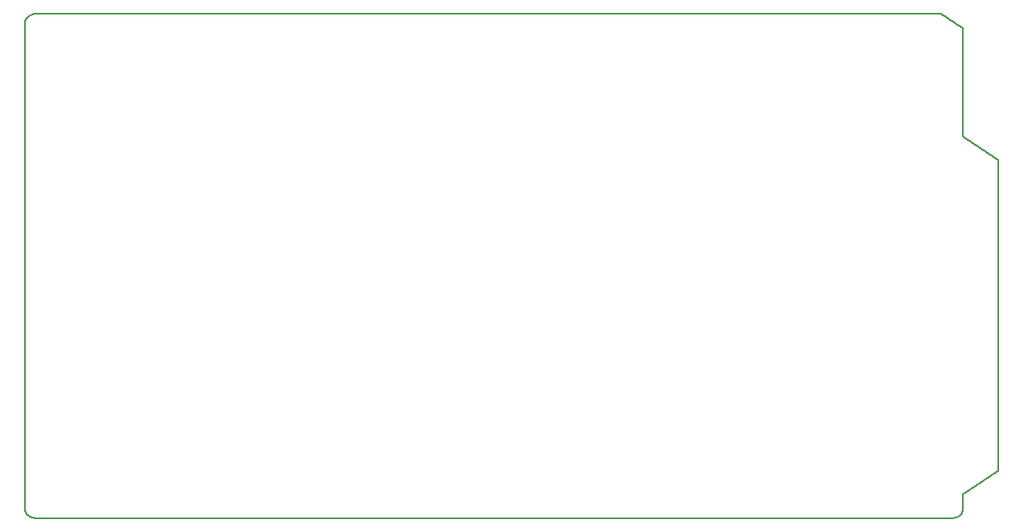
<source format=gm1>
G04 MADE WITH FRITZING*
G04 WWW.FRITZING.ORG*
G04 DOUBLE SIDED*
G04 HOLES PLATED*
G04 CONTOUR ON CENTER OF CONTOUR VECTOR*
%ASAXBY*%
%FSLAX23Y23*%
%MOIN*%
%OFA0B0*%
%SFA1.0B1.0*%
%ADD10C,0.008*%
%LNCONTOUR*%
G90*
G70*
G54D10*
X51Y2099D02*
X52Y2099D01*
X53Y2099D01*
X54Y2099D01*
X55Y2099D01*
X56Y2099D01*
X57Y2099D01*
X58Y2099D01*
X59Y2099D01*
X60Y2099D01*
X61Y2099D01*
X62Y2099D01*
X63Y2099D01*
X64Y2099D01*
X65Y2099D01*
X66Y2099D01*
X67Y2099D01*
X68Y2099D01*
X69Y2099D01*
X70Y2099D01*
X71Y2099D01*
X72Y2099D01*
X73Y2099D01*
X74Y2099D01*
X75Y2099D01*
X76Y2099D01*
X77Y2099D01*
X78Y2099D01*
X79Y2099D01*
X80Y2099D01*
X81Y2099D01*
X82Y2099D01*
X83Y2099D01*
X84Y2099D01*
X85Y2099D01*
X86Y2099D01*
X87Y2099D01*
X88Y2099D01*
X89Y2099D01*
X90Y2099D01*
X91Y2099D01*
X92Y2099D01*
X93Y2099D01*
X94Y2099D01*
X95Y2099D01*
X96Y2099D01*
X97Y2099D01*
X98Y2099D01*
X99Y2099D01*
X100Y2099D01*
X101Y2099D01*
X102Y2099D01*
X103Y2099D01*
X104Y2099D01*
X105Y2099D01*
X106Y2099D01*
X107Y2099D01*
X108Y2099D01*
X109Y2099D01*
X110Y2099D01*
X111Y2099D01*
X112Y2099D01*
X113Y2099D01*
X114Y2099D01*
X115Y2099D01*
X116Y2099D01*
X117Y2099D01*
X118Y2099D01*
X119Y2099D01*
X120Y2099D01*
X121Y2099D01*
X122Y2099D01*
X123Y2099D01*
X124Y2099D01*
X125Y2099D01*
X126Y2099D01*
X127Y2099D01*
X128Y2099D01*
X129Y2099D01*
X130Y2099D01*
X131Y2099D01*
X132Y2099D01*
X133Y2099D01*
X134Y2099D01*
X135Y2099D01*
X136Y2099D01*
X137Y2099D01*
X138Y2099D01*
X139Y2099D01*
X140Y2099D01*
X141Y2099D01*
X142Y2099D01*
X143Y2099D01*
X144Y2099D01*
X145Y2099D01*
X146Y2099D01*
X147Y2099D01*
X148Y2099D01*
X149Y2099D01*
X150Y2099D01*
X151Y2099D01*
X152Y2099D01*
X153Y2099D01*
X154Y2099D01*
X155Y2099D01*
X156Y2099D01*
X157Y2099D01*
X158Y2099D01*
X159Y2099D01*
X160Y2099D01*
X161Y2099D01*
X162Y2099D01*
X163Y2099D01*
X164Y2099D01*
X165Y2099D01*
X166Y2099D01*
X167Y2099D01*
X168Y2099D01*
X169Y2099D01*
X170Y2099D01*
X171Y2099D01*
X172Y2099D01*
X173Y2099D01*
X174Y2099D01*
X175Y2099D01*
X176Y2099D01*
X177Y2099D01*
X178Y2099D01*
X179Y2099D01*
X180Y2099D01*
X181Y2099D01*
X182Y2099D01*
X183Y2099D01*
X184Y2099D01*
X185Y2099D01*
X186Y2099D01*
X187Y2099D01*
X188Y2099D01*
X189Y2099D01*
X190Y2099D01*
X191Y2099D01*
X192Y2099D01*
X193Y2099D01*
X194Y2099D01*
X195Y2099D01*
X196Y2099D01*
X197Y2099D01*
X198Y2099D01*
X199Y2099D01*
X200Y2099D01*
X201Y2099D01*
X202Y2099D01*
X203Y2099D01*
X204Y2099D01*
X205Y2099D01*
X206Y2099D01*
X207Y2099D01*
X208Y2099D01*
X209Y2099D01*
X210Y2099D01*
X211Y2099D01*
X212Y2099D01*
X213Y2099D01*
X214Y2099D01*
X215Y2099D01*
X216Y2099D01*
X217Y2099D01*
X218Y2099D01*
X219Y2099D01*
X220Y2099D01*
X221Y2099D01*
X222Y2099D01*
X223Y2099D01*
X224Y2099D01*
X225Y2099D01*
X226Y2099D01*
X227Y2099D01*
X228Y2099D01*
X229Y2099D01*
X230Y2099D01*
X231Y2099D01*
X232Y2099D01*
X233Y2099D01*
X234Y2099D01*
X235Y2099D01*
X236Y2099D01*
X237Y2099D01*
X238Y2099D01*
X239Y2099D01*
X240Y2099D01*
X241Y2099D01*
X242Y2099D01*
X243Y2099D01*
X244Y2099D01*
X245Y2099D01*
X246Y2099D01*
X247Y2099D01*
X248Y2099D01*
X249Y2099D01*
X250Y2099D01*
X251Y2099D01*
X252Y2099D01*
X253Y2099D01*
X254Y2099D01*
X255Y2099D01*
X256Y2099D01*
X257Y2099D01*
X258Y2099D01*
X259Y2099D01*
X260Y2099D01*
X261Y2099D01*
X262Y2099D01*
X263Y2099D01*
X264Y2099D01*
X265Y2099D01*
X266Y2099D01*
X267Y2099D01*
X268Y2099D01*
X269Y2099D01*
X270Y2099D01*
X271Y2099D01*
X272Y2099D01*
X273Y2099D01*
X274Y2099D01*
X275Y2099D01*
X276Y2099D01*
X277Y2099D01*
X278Y2099D01*
X279Y2099D01*
X280Y2099D01*
X281Y2099D01*
X282Y2099D01*
X283Y2099D01*
X284Y2099D01*
X285Y2099D01*
X286Y2099D01*
X287Y2099D01*
X288Y2099D01*
X289Y2099D01*
X290Y2099D01*
X291Y2099D01*
X292Y2099D01*
X293Y2099D01*
X294Y2099D01*
X295Y2099D01*
X296Y2099D01*
X297Y2099D01*
X298Y2099D01*
X299Y2099D01*
X300Y2099D01*
X301Y2099D01*
X302Y2099D01*
X303Y2099D01*
X304Y2099D01*
X305Y2099D01*
X306Y2099D01*
X307Y2099D01*
X308Y2099D01*
X309Y2099D01*
X310Y2099D01*
X311Y2099D01*
X312Y2099D01*
X313Y2099D01*
X314Y2099D01*
X315Y2099D01*
X316Y2099D01*
X317Y2099D01*
X318Y2099D01*
X319Y2099D01*
X320Y2099D01*
X321Y2099D01*
X322Y2099D01*
X323Y2099D01*
X324Y2099D01*
X325Y2099D01*
X326Y2099D01*
X327Y2099D01*
X328Y2099D01*
X329Y2099D01*
X330Y2099D01*
X331Y2099D01*
X332Y2099D01*
X333Y2099D01*
X334Y2099D01*
X335Y2099D01*
X336Y2099D01*
X337Y2099D01*
X338Y2099D01*
X339Y2099D01*
X340Y2099D01*
X341Y2099D01*
X342Y2099D01*
X343Y2099D01*
X344Y2099D01*
X345Y2099D01*
X346Y2099D01*
X347Y2099D01*
X348Y2099D01*
X349Y2099D01*
X350Y2099D01*
X351Y2099D01*
X352Y2099D01*
X353Y2099D01*
X354Y2099D01*
X355Y2099D01*
X356Y2099D01*
X357Y2099D01*
X358Y2099D01*
X359Y2099D01*
X360Y2099D01*
X361Y2099D01*
X362Y2099D01*
X363Y2099D01*
X364Y2099D01*
X365Y2099D01*
X366Y2099D01*
X367Y2099D01*
X368Y2099D01*
X369Y2099D01*
X370Y2099D01*
X371Y2099D01*
X372Y2099D01*
X373Y2099D01*
X374Y2099D01*
X375Y2099D01*
X376Y2099D01*
X377Y2099D01*
X378Y2099D01*
X379Y2099D01*
X380Y2099D01*
X381Y2099D01*
X382Y2099D01*
X383Y2099D01*
X384Y2099D01*
X385Y2099D01*
X386Y2099D01*
X387Y2099D01*
X388Y2099D01*
X389Y2099D01*
X390Y2099D01*
X391Y2099D01*
X392Y2099D01*
X393Y2099D01*
X394Y2099D01*
X395Y2099D01*
X396Y2099D01*
X397Y2099D01*
X398Y2099D01*
X399Y2099D01*
X400Y2099D01*
X401Y2099D01*
X402Y2099D01*
X403Y2099D01*
X404Y2099D01*
X405Y2099D01*
X406Y2099D01*
X407Y2099D01*
X408Y2099D01*
X409Y2099D01*
X410Y2099D01*
X411Y2099D01*
X412Y2099D01*
X413Y2099D01*
X414Y2099D01*
X415Y2099D01*
X416Y2099D01*
X417Y2099D01*
X418Y2099D01*
X419Y2099D01*
X420Y2099D01*
X421Y2099D01*
X422Y2099D01*
X423Y2099D01*
X424Y2099D01*
X425Y2099D01*
X426Y2099D01*
X427Y2099D01*
X428Y2099D01*
X429Y2099D01*
X430Y2099D01*
X431Y2099D01*
X432Y2099D01*
X433Y2099D01*
X434Y2099D01*
X435Y2099D01*
X436Y2099D01*
X437Y2099D01*
X438Y2099D01*
X439Y2099D01*
X440Y2099D01*
X441Y2099D01*
X442Y2099D01*
X443Y2099D01*
X444Y2099D01*
X445Y2099D01*
X446Y2099D01*
X447Y2099D01*
X448Y2099D01*
X449Y2099D01*
X450Y2099D01*
X451Y2099D01*
X452Y2099D01*
X453Y2099D01*
X454Y2099D01*
X455Y2099D01*
X456Y2099D01*
X457Y2099D01*
X458Y2099D01*
X459Y2099D01*
X460Y2099D01*
X461Y2099D01*
X462Y2099D01*
X463Y2099D01*
X464Y2099D01*
X465Y2099D01*
X466Y2099D01*
X467Y2099D01*
X468Y2099D01*
X469Y2099D01*
X470Y2099D01*
X471Y2099D01*
X472Y2099D01*
X473Y2099D01*
X474Y2099D01*
X475Y2099D01*
X476Y2099D01*
X477Y2099D01*
X478Y2099D01*
X479Y2099D01*
X480Y2099D01*
X481Y2099D01*
X482Y2099D01*
X483Y2099D01*
X484Y2099D01*
X485Y2099D01*
X486Y2099D01*
X487Y2099D01*
X488Y2099D01*
X489Y2099D01*
X490Y2099D01*
X491Y2099D01*
X492Y2099D01*
X493Y2099D01*
X494Y2099D01*
X495Y2099D01*
X496Y2099D01*
X497Y2099D01*
X498Y2099D01*
X499Y2099D01*
X500Y2099D01*
X501Y2099D01*
X502Y2099D01*
X503Y2099D01*
X504Y2099D01*
X505Y2099D01*
X506Y2099D01*
X507Y2099D01*
X508Y2099D01*
X509Y2099D01*
X510Y2099D01*
X511Y2099D01*
X512Y2099D01*
X513Y2099D01*
X514Y2099D01*
X515Y2099D01*
X516Y2099D01*
X517Y2099D01*
X518Y2099D01*
X519Y2099D01*
X520Y2099D01*
X521Y2099D01*
X522Y2099D01*
X523Y2099D01*
X524Y2099D01*
X525Y2099D01*
X526Y2099D01*
X527Y2099D01*
X528Y2099D01*
X529Y2099D01*
X530Y2099D01*
X531Y2099D01*
X532Y2099D01*
X533Y2099D01*
X534Y2099D01*
X535Y2099D01*
X536Y2099D01*
X537Y2099D01*
X538Y2099D01*
X539Y2099D01*
X540Y2099D01*
X541Y2099D01*
X542Y2099D01*
X543Y2099D01*
X544Y2099D01*
X545Y2099D01*
X546Y2099D01*
X547Y2099D01*
X548Y2099D01*
X549Y2099D01*
X550Y2099D01*
X551Y2099D01*
X552Y2099D01*
X553Y2099D01*
X554Y2099D01*
X555Y2099D01*
X556Y2099D01*
X557Y2099D01*
X558Y2099D01*
X559Y2099D01*
X560Y2099D01*
X561Y2099D01*
X562Y2099D01*
X563Y2099D01*
X564Y2099D01*
X565Y2099D01*
X566Y2099D01*
X567Y2099D01*
X568Y2099D01*
X569Y2099D01*
X570Y2099D01*
X571Y2099D01*
X572Y2099D01*
X573Y2099D01*
X574Y2099D01*
X575Y2099D01*
X576Y2099D01*
X577Y2099D01*
X578Y2099D01*
X579Y2099D01*
X580Y2099D01*
X581Y2099D01*
X582Y2099D01*
X583Y2099D01*
X584Y2099D01*
X585Y2099D01*
X586Y2099D01*
X587Y2099D01*
X588Y2099D01*
X589Y2099D01*
X590Y2099D01*
X591Y2099D01*
X592Y2099D01*
X593Y2099D01*
X594Y2099D01*
X595Y2099D01*
X596Y2099D01*
X597Y2099D01*
X598Y2099D01*
X599Y2099D01*
X600Y2099D01*
X601Y2099D01*
X602Y2099D01*
X603Y2099D01*
X604Y2099D01*
X605Y2099D01*
X606Y2099D01*
X607Y2099D01*
X608Y2099D01*
X609Y2099D01*
X610Y2099D01*
X611Y2099D01*
X612Y2099D01*
X613Y2099D01*
X614Y2099D01*
X615Y2099D01*
X616Y2099D01*
X617Y2099D01*
X618Y2099D01*
X619Y2099D01*
X620Y2099D01*
X621Y2099D01*
X622Y2099D01*
X623Y2099D01*
X624Y2099D01*
X625Y2099D01*
X626Y2099D01*
X627Y2099D01*
X628Y2099D01*
X629Y2099D01*
X630Y2099D01*
X631Y2099D01*
X632Y2099D01*
X633Y2099D01*
X634Y2099D01*
X635Y2099D01*
X636Y2099D01*
X637Y2099D01*
X638Y2099D01*
X639Y2099D01*
X640Y2099D01*
X641Y2099D01*
X642Y2099D01*
X643Y2099D01*
X644Y2099D01*
X645Y2099D01*
X646Y2099D01*
X647Y2099D01*
X648Y2099D01*
X649Y2099D01*
X650Y2099D01*
X651Y2099D01*
X652Y2099D01*
X653Y2099D01*
X654Y2099D01*
X655Y2099D01*
X656Y2099D01*
X657Y2099D01*
X658Y2099D01*
X659Y2099D01*
X660Y2099D01*
X661Y2099D01*
X662Y2099D01*
X663Y2099D01*
X664Y2099D01*
X665Y2099D01*
X666Y2099D01*
X667Y2099D01*
X668Y2099D01*
X669Y2099D01*
X670Y2099D01*
X671Y2099D01*
X672Y2099D01*
X673Y2099D01*
X674Y2099D01*
X675Y2099D01*
X676Y2099D01*
X677Y2099D01*
X678Y2099D01*
X679Y2099D01*
X680Y2099D01*
X681Y2099D01*
X682Y2099D01*
X683Y2099D01*
X684Y2099D01*
X685Y2099D01*
X686Y2099D01*
X687Y2099D01*
X688Y2099D01*
X689Y2099D01*
X690Y2099D01*
X691Y2099D01*
X692Y2099D01*
X693Y2099D01*
X694Y2099D01*
X695Y2099D01*
X696Y2099D01*
X697Y2099D01*
X698Y2099D01*
X699Y2099D01*
X700Y2099D01*
X701Y2099D01*
X702Y2099D01*
X703Y2099D01*
X704Y2099D01*
X705Y2099D01*
X706Y2099D01*
X707Y2099D01*
X708Y2099D01*
X709Y2099D01*
X710Y2099D01*
X711Y2099D01*
X712Y2099D01*
X713Y2099D01*
X714Y2099D01*
X715Y2099D01*
X716Y2099D01*
X717Y2099D01*
X718Y2099D01*
X719Y2099D01*
X720Y2099D01*
X721Y2099D01*
X722Y2099D01*
X723Y2099D01*
X724Y2099D01*
X725Y2099D01*
X726Y2099D01*
X727Y2099D01*
X728Y2099D01*
X729Y2099D01*
X730Y2099D01*
X731Y2099D01*
X732Y2099D01*
X733Y2099D01*
X734Y2099D01*
X735Y2099D01*
X736Y2099D01*
X737Y2099D01*
X738Y2099D01*
X739Y2099D01*
X740Y2099D01*
X741Y2099D01*
X742Y2099D01*
X743Y2099D01*
X744Y2099D01*
X745Y2099D01*
X746Y2099D01*
X747Y2099D01*
X748Y2099D01*
X749Y2099D01*
X750Y2099D01*
X751Y2099D01*
X752Y2099D01*
X753Y2099D01*
X754Y2099D01*
X755Y2099D01*
X756Y2099D01*
X757Y2099D01*
X758Y2099D01*
X759Y2099D01*
X760Y2099D01*
X761Y2099D01*
X762Y2099D01*
X763Y2099D01*
X764Y2099D01*
X765Y2099D01*
X766Y2099D01*
X767Y2099D01*
X768Y2099D01*
X769Y2099D01*
X770Y2099D01*
X771Y2099D01*
X772Y2099D01*
X773Y2099D01*
X774Y2099D01*
X775Y2099D01*
X776Y2099D01*
X777Y2099D01*
X778Y2099D01*
X779Y2099D01*
X780Y2099D01*
X781Y2099D01*
X782Y2099D01*
X783Y2099D01*
X784Y2099D01*
X785Y2099D01*
X786Y2099D01*
X787Y2099D01*
X788Y2099D01*
X789Y2099D01*
X790Y2099D01*
X791Y2099D01*
X792Y2099D01*
X793Y2099D01*
X794Y2099D01*
X795Y2099D01*
X796Y2099D01*
X797Y2099D01*
X798Y2099D01*
X799Y2099D01*
X800Y2099D01*
X801Y2099D01*
X802Y2099D01*
X803Y2099D01*
X804Y2099D01*
X805Y2099D01*
X806Y2099D01*
X807Y2099D01*
X808Y2099D01*
X809Y2099D01*
X810Y2099D01*
X811Y2099D01*
X812Y2099D01*
X813Y2099D01*
X814Y2099D01*
X815Y2099D01*
X816Y2099D01*
X817Y2099D01*
X818Y2099D01*
X819Y2099D01*
X820Y2099D01*
X821Y2099D01*
X822Y2099D01*
X823Y2099D01*
X824Y2099D01*
X825Y2099D01*
X826Y2099D01*
X827Y2099D01*
X828Y2099D01*
X829Y2099D01*
X830Y2099D01*
X831Y2099D01*
X832Y2099D01*
X833Y2099D01*
X834Y2099D01*
X835Y2099D01*
X836Y2099D01*
X837Y2099D01*
X838Y2099D01*
X839Y2099D01*
X840Y2099D01*
X841Y2099D01*
X842Y2099D01*
X843Y2099D01*
X844Y2099D01*
X845Y2099D01*
X846Y2099D01*
X847Y2099D01*
X848Y2099D01*
X849Y2099D01*
X850Y2099D01*
X851Y2099D01*
X852Y2099D01*
X853Y2099D01*
X854Y2099D01*
X855Y2099D01*
X856Y2099D01*
X857Y2099D01*
X858Y2099D01*
X859Y2099D01*
X860Y2099D01*
X861Y2099D01*
X862Y2099D01*
X863Y2099D01*
X864Y2099D01*
X865Y2099D01*
X866Y2099D01*
X867Y2099D01*
X868Y2099D01*
X869Y2099D01*
X870Y2099D01*
X871Y2099D01*
X872Y2099D01*
X873Y2099D01*
X874Y2099D01*
X875Y2099D01*
X876Y2099D01*
X877Y2099D01*
X878Y2099D01*
X879Y2099D01*
X880Y2099D01*
X881Y2099D01*
X882Y2099D01*
X883Y2099D01*
X884Y2099D01*
X885Y2099D01*
X886Y2099D01*
X887Y2099D01*
X888Y2099D01*
X889Y2099D01*
X890Y2099D01*
X891Y2099D01*
X892Y2099D01*
X893Y2099D01*
X894Y2099D01*
X895Y2099D01*
X896Y2099D01*
X897Y2099D01*
X898Y2099D01*
X899Y2099D01*
X900Y2099D01*
X901Y2099D01*
X902Y2099D01*
X903Y2099D01*
X904Y2099D01*
X905Y2099D01*
X906Y2099D01*
X907Y2099D01*
X908Y2099D01*
X909Y2099D01*
X910Y2099D01*
X911Y2099D01*
X912Y2099D01*
X913Y2099D01*
X914Y2099D01*
X915Y2099D01*
X916Y2099D01*
X917Y2099D01*
X918Y2099D01*
X919Y2099D01*
X920Y2099D01*
X921Y2099D01*
X922Y2099D01*
X923Y2099D01*
X924Y2099D01*
X925Y2099D01*
X926Y2099D01*
X927Y2099D01*
X928Y2099D01*
X929Y2099D01*
X930Y2099D01*
X931Y2099D01*
X932Y2099D01*
X933Y2099D01*
X934Y2099D01*
X935Y2099D01*
X936Y2099D01*
X937Y2099D01*
X938Y2099D01*
X939Y2099D01*
X940Y2099D01*
X941Y2099D01*
X942Y2099D01*
X943Y2099D01*
X944Y2099D01*
X945Y2099D01*
X946Y2099D01*
X947Y2099D01*
X948Y2099D01*
X949Y2099D01*
X950Y2099D01*
X951Y2099D01*
X952Y2099D01*
X953Y2099D01*
X954Y2099D01*
X955Y2099D01*
X956Y2099D01*
X957Y2099D01*
X958Y2099D01*
X959Y2099D01*
X960Y2099D01*
X961Y2099D01*
X962Y2099D01*
X963Y2099D01*
X964Y2099D01*
X965Y2099D01*
X966Y2099D01*
X967Y2099D01*
X968Y2099D01*
X969Y2099D01*
X970Y2099D01*
X971Y2099D01*
X972Y2099D01*
X973Y2099D01*
X974Y2099D01*
X975Y2099D01*
X976Y2099D01*
X977Y2099D01*
X978Y2099D01*
X979Y2099D01*
X980Y2099D01*
X981Y2099D01*
X982Y2099D01*
X983Y2099D01*
X984Y2099D01*
X985Y2099D01*
X986Y2099D01*
X987Y2099D01*
X988Y2099D01*
X989Y2099D01*
X990Y2099D01*
X991Y2099D01*
X992Y2099D01*
X993Y2099D01*
X994Y2099D01*
X995Y2099D01*
X996Y2099D01*
X997Y2099D01*
X998Y2099D01*
X999Y2099D01*
X1000Y2099D01*
X1001Y2099D01*
X1002Y2099D01*
X1003Y2099D01*
X1004Y2099D01*
X1005Y2099D01*
X1006Y2099D01*
X1007Y2099D01*
X1008Y2099D01*
X1009Y2099D01*
X1010Y2099D01*
X1011Y2099D01*
X1012Y2099D01*
X1013Y2099D01*
X1014Y2099D01*
X1015Y2099D01*
X1016Y2099D01*
X1017Y2099D01*
X1018Y2099D01*
X1019Y2099D01*
X1020Y2099D01*
X1021Y2099D01*
X1022Y2099D01*
X1023Y2099D01*
X1024Y2099D01*
X1025Y2099D01*
X1026Y2099D01*
X1027Y2099D01*
X1028Y2099D01*
X1029Y2099D01*
X1030Y2099D01*
X1031Y2099D01*
X1032Y2099D01*
X1033Y2099D01*
X1034Y2099D01*
X1035Y2099D01*
X1036Y2099D01*
X1037Y2099D01*
X1038Y2099D01*
X1039Y2099D01*
X1040Y2099D01*
X1041Y2099D01*
X1042Y2099D01*
X1043Y2099D01*
X1044Y2099D01*
X1045Y2099D01*
X1046Y2099D01*
X1047Y2099D01*
X1048Y2099D01*
X1049Y2099D01*
X1050Y2099D01*
X1051Y2099D01*
X1052Y2099D01*
X1053Y2099D01*
X1054Y2099D01*
X1055Y2099D01*
X1056Y2099D01*
X1057Y2099D01*
X1058Y2099D01*
X1059Y2099D01*
X1060Y2099D01*
X1061Y2099D01*
X1062Y2099D01*
X1063Y2099D01*
X1064Y2099D01*
X1065Y2099D01*
X1066Y2099D01*
X1067Y2099D01*
X1068Y2099D01*
X1069Y2099D01*
X1070Y2099D01*
X1071Y2099D01*
X1072Y2099D01*
X1073Y2099D01*
X1074Y2099D01*
X1075Y2099D01*
X1076Y2099D01*
X1077Y2099D01*
X1078Y2099D01*
X1079Y2099D01*
X1080Y2099D01*
X1081Y2099D01*
X1082Y2099D01*
X1083Y2099D01*
X1084Y2099D01*
X1085Y2099D01*
X1086Y2099D01*
X1087Y2099D01*
X1088Y2099D01*
X1089Y2099D01*
X1090Y2099D01*
X1091Y2099D01*
X1092Y2099D01*
X1093Y2099D01*
X1094Y2099D01*
X1095Y2099D01*
X1096Y2099D01*
X1097Y2099D01*
X1098Y2099D01*
X1099Y2099D01*
X1100Y2099D01*
X1101Y2099D01*
X1102Y2099D01*
X1103Y2099D01*
X1104Y2099D01*
X1105Y2099D01*
X1106Y2099D01*
X1107Y2099D01*
X1108Y2099D01*
X1109Y2099D01*
X1110Y2099D01*
X1111Y2099D01*
X1112Y2099D01*
X1113Y2099D01*
X1114Y2099D01*
X1115Y2099D01*
X1116Y2099D01*
X1117Y2099D01*
X1118Y2099D01*
X1119Y2099D01*
X1120Y2099D01*
X1121Y2099D01*
X1122Y2099D01*
X1123Y2099D01*
X1124Y2099D01*
X1125Y2099D01*
X1126Y2099D01*
X1127Y2099D01*
X1128Y2099D01*
X1129Y2099D01*
X1130Y2099D01*
X1131Y2099D01*
X1132Y2099D01*
X1133Y2099D01*
X1134Y2099D01*
X1135Y2099D01*
X1136Y2099D01*
X1137Y2099D01*
X1138Y2099D01*
X1139Y2099D01*
X1140Y2099D01*
X1141Y2099D01*
X1142Y2099D01*
X1143Y2099D01*
X1144Y2099D01*
X1145Y2099D01*
X1146Y2099D01*
X1147Y2099D01*
X1148Y2099D01*
X1149Y2099D01*
X1150Y2099D01*
X1151Y2099D01*
X1152Y2099D01*
X1153Y2099D01*
X1154Y2099D01*
X1155Y2099D01*
X1156Y2099D01*
X1157Y2099D01*
X1158Y2099D01*
X1159Y2099D01*
X1160Y2099D01*
X1161Y2099D01*
X1162Y2099D01*
X1163Y2099D01*
X1164Y2099D01*
X1165Y2099D01*
X1166Y2099D01*
X1167Y2099D01*
X1168Y2099D01*
X1169Y2099D01*
X1170Y2099D01*
X1171Y2099D01*
X1172Y2099D01*
X1173Y2099D01*
X1174Y2099D01*
X1175Y2099D01*
X1176Y2099D01*
X1177Y2099D01*
X1178Y2099D01*
X1179Y2099D01*
X1180Y2099D01*
X1181Y2099D01*
X1182Y2099D01*
X1183Y2099D01*
X1184Y2099D01*
X1185Y2099D01*
X1186Y2099D01*
X1187Y2099D01*
X1188Y2099D01*
X1189Y2099D01*
X1190Y2099D01*
X1191Y2099D01*
X1192Y2099D01*
X1193Y2099D01*
X1194Y2099D01*
X1195Y2099D01*
X1196Y2099D01*
X1197Y2099D01*
X1198Y2099D01*
X1199Y2099D01*
X1200Y2099D01*
X1201Y2099D01*
X1202Y2099D01*
X1203Y2099D01*
X1204Y2099D01*
X1205Y2099D01*
X1206Y2099D01*
X1207Y2099D01*
X1208Y2099D01*
X1209Y2099D01*
X1210Y2099D01*
X1211Y2099D01*
X1212Y2099D01*
X1213Y2099D01*
X1214Y2099D01*
X1215Y2099D01*
X1216Y2099D01*
X1217Y2099D01*
X1218Y2099D01*
X1219Y2099D01*
X1220Y2099D01*
X1221Y2099D01*
X1222Y2099D01*
X1223Y2099D01*
X1224Y2099D01*
X1225Y2099D01*
X1226Y2099D01*
X1227Y2099D01*
X1228Y2099D01*
X1229Y2099D01*
X1230Y2099D01*
X1231Y2099D01*
X1232Y2099D01*
X1233Y2099D01*
X1234Y2099D01*
X1235Y2099D01*
X1236Y2099D01*
X1237Y2099D01*
X1238Y2099D01*
X1239Y2099D01*
X1240Y2099D01*
X1241Y2099D01*
X1242Y2099D01*
X1243Y2099D01*
X1244Y2099D01*
X1245Y2099D01*
X1246Y2099D01*
X1247Y2099D01*
X1248Y2099D01*
X1249Y2099D01*
X1250Y2099D01*
X1251Y2099D01*
X1252Y2099D01*
X1253Y2099D01*
X1254Y2099D01*
X1255Y2099D01*
X1256Y2099D01*
X1257Y2099D01*
X1258Y2099D01*
X1259Y2099D01*
X1260Y2099D01*
X1261Y2099D01*
X1262Y2099D01*
X1263Y2099D01*
X1264Y2099D01*
X1265Y2099D01*
X1266Y2099D01*
X1267Y2099D01*
X1268Y2099D01*
X1269Y2099D01*
X1270Y2099D01*
X1271Y2099D01*
X1272Y2099D01*
X1273Y2099D01*
X1274Y2099D01*
X1275Y2099D01*
X1276Y2099D01*
X1277Y2099D01*
X1278Y2099D01*
X1279Y2099D01*
X1280Y2099D01*
X1281Y2099D01*
X1282Y2099D01*
X1283Y2099D01*
X1284Y2099D01*
X1285Y2099D01*
X1286Y2099D01*
X1287Y2099D01*
X1288Y2099D01*
X1289Y2099D01*
X1290Y2099D01*
X1291Y2099D01*
X1292Y2099D01*
X1293Y2099D01*
X1294Y2099D01*
X1295Y2099D01*
X1296Y2099D01*
X1297Y2099D01*
X1298Y2099D01*
X1299Y2099D01*
X1300Y2099D01*
X1301Y2099D01*
X1302Y2099D01*
X1303Y2099D01*
X1304Y2099D01*
X1305Y2099D01*
X1306Y2099D01*
X1307Y2099D01*
X1308Y2099D01*
X1309Y2099D01*
X1310Y2099D01*
X1311Y2099D01*
X1312Y2099D01*
X1313Y2099D01*
X1314Y2099D01*
X1315Y2099D01*
X1316Y2099D01*
X1317Y2099D01*
X1318Y2099D01*
X1319Y2099D01*
X1320Y2099D01*
X1321Y2099D01*
X1322Y2099D01*
X1323Y2099D01*
X1324Y2099D01*
X1325Y2099D01*
X1326Y2099D01*
X1327Y2099D01*
X1328Y2099D01*
X1329Y2099D01*
X1330Y2099D01*
X1331Y2099D01*
X1332Y2099D01*
X1333Y2099D01*
X1334Y2099D01*
X1335Y2099D01*
X1336Y2099D01*
X1337Y2099D01*
X1338Y2099D01*
X1339Y2099D01*
X1340Y2099D01*
X1341Y2099D01*
X1342Y2099D01*
X1343Y2099D01*
X1344Y2099D01*
X1345Y2099D01*
X1346Y2099D01*
X1347Y2099D01*
X1348Y2099D01*
X1349Y2099D01*
X1350Y2099D01*
X1351Y2099D01*
X1352Y2099D01*
X1353Y2099D01*
X1354Y2099D01*
X1355Y2099D01*
X1356Y2099D01*
X1357Y2099D01*
X1358Y2099D01*
X1359Y2099D01*
X1360Y2099D01*
X1361Y2099D01*
X1362Y2099D01*
X1363Y2099D01*
X1364Y2099D01*
X1365Y2099D01*
X1366Y2099D01*
X1367Y2099D01*
X1368Y2099D01*
X1369Y2099D01*
X1370Y2099D01*
X1371Y2099D01*
X1372Y2099D01*
X1373Y2099D01*
X1374Y2099D01*
X1375Y2099D01*
X1376Y2099D01*
X1377Y2099D01*
X1378Y2099D01*
X1379Y2099D01*
X1380Y2099D01*
X1381Y2099D01*
X1382Y2099D01*
X1383Y2099D01*
X1384Y2099D01*
X1385Y2099D01*
X1386Y2099D01*
X1387Y2099D01*
X1388Y2099D01*
X1389Y2099D01*
X1390Y2099D01*
X1391Y2099D01*
X1392Y2099D01*
X1393Y2099D01*
X1394Y2099D01*
X1395Y2099D01*
X1396Y2099D01*
X1397Y2099D01*
X1398Y2099D01*
X1399Y2099D01*
X1400Y2099D01*
X1401Y2099D01*
X1402Y2099D01*
X1403Y2099D01*
X1404Y2099D01*
X1405Y2099D01*
X1406Y2099D01*
X1407Y2099D01*
X1408Y2099D01*
X1409Y2099D01*
X1410Y2099D01*
X1411Y2099D01*
X1412Y2099D01*
X1413Y2099D01*
X1414Y2099D01*
X1415Y2099D01*
X1416Y2099D01*
X1417Y2099D01*
X1418Y2099D01*
X1419Y2099D01*
X1420Y2099D01*
X1421Y2099D01*
X1422Y2099D01*
X1423Y2099D01*
X1424Y2099D01*
X1425Y2099D01*
X1426Y2099D01*
X1427Y2099D01*
X1428Y2099D01*
X1429Y2099D01*
X1430Y2099D01*
X1431Y2099D01*
X1432Y2099D01*
X1433Y2099D01*
X1434Y2099D01*
X1435Y2099D01*
X1436Y2099D01*
X1437Y2099D01*
X1438Y2099D01*
X1439Y2099D01*
X1440Y2099D01*
X1441Y2099D01*
X1442Y2099D01*
X1443Y2099D01*
X1444Y2099D01*
X1445Y2099D01*
X1446Y2099D01*
X1447Y2099D01*
X1448Y2099D01*
X1449Y2099D01*
X1450Y2099D01*
X1451Y2099D01*
X1452Y2099D01*
X1453Y2099D01*
X1454Y2099D01*
X1455Y2099D01*
X1456Y2099D01*
X1457Y2099D01*
X1458Y2099D01*
X1459Y2099D01*
X1460Y2099D01*
X1461Y2099D01*
X1462Y2099D01*
X1463Y2099D01*
X1464Y2099D01*
X1465Y2099D01*
X1466Y2099D01*
X1467Y2099D01*
X1468Y2099D01*
X1469Y2099D01*
X1470Y2099D01*
X1471Y2099D01*
X1472Y2099D01*
X1473Y2099D01*
X1474Y2099D01*
X1475Y2099D01*
X1476Y2099D01*
X1477Y2099D01*
X1478Y2099D01*
X1479Y2099D01*
X1480Y2099D01*
X1481Y2099D01*
X1482Y2099D01*
X1483Y2099D01*
X1484Y2099D01*
X1485Y2099D01*
X1486Y2099D01*
X1487Y2099D01*
X1488Y2099D01*
X1489Y2099D01*
X1490Y2099D01*
X1491Y2099D01*
X1492Y2099D01*
X1493Y2099D01*
X1494Y2099D01*
X1495Y2099D01*
X1496Y2099D01*
X1497Y2099D01*
X1498Y2099D01*
X1499Y2099D01*
X1500Y2099D01*
X1501Y2099D01*
X1502Y2099D01*
X1503Y2099D01*
X1504Y2099D01*
X1505Y2099D01*
X1506Y2099D01*
X1507Y2099D01*
X1508Y2099D01*
X1509Y2099D01*
X1510Y2099D01*
X1511Y2099D01*
X1512Y2099D01*
X1513Y2099D01*
X1514Y2099D01*
X1515Y2099D01*
X1516Y2099D01*
X1517Y2099D01*
X1518Y2099D01*
X1519Y2099D01*
X1520Y2099D01*
X1521Y2099D01*
X1522Y2099D01*
X1523Y2099D01*
X1524Y2099D01*
X1525Y2099D01*
X1526Y2099D01*
X1527Y2099D01*
X1528Y2099D01*
X1529Y2099D01*
X1530Y2099D01*
X1531Y2099D01*
X1532Y2099D01*
X1533Y2099D01*
X1534Y2099D01*
X1535Y2099D01*
X1536Y2099D01*
X1537Y2099D01*
X1538Y2099D01*
X1539Y2099D01*
X1540Y2099D01*
X1541Y2099D01*
X1542Y2099D01*
X1543Y2099D01*
X1544Y2099D01*
X1545Y2099D01*
X1546Y2099D01*
X1547Y2099D01*
X1548Y2099D01*
X1549Y2099D01*
X1550Y2099D01*
X1551Y2099D01*
X1552Y2099D01*
X1553Y2099D01*
X1554Y2099D01*
X1555Y2099D01*
X1556Y2099D01*
X1557Y2099D01*
X1558Y2099D01*
X1559Y2099D01*
X1560Y2099D01*
X1561Y2099D01*
X1562Y2099D01*
X1563Y2099D01*
X1564Y2099D01*
X1565Y2099D01*
X1566Y2099D01*
X1567Y2099D01*
X1568Y2099D01*
X1569Y2099D01*
X1570Y2099D01*
X1571Y2099D01*
X1572Y2099D01*
X1573Y2099D01*
X1574Y2099D01*
X1575Y2099D01*
X1576Y2099D01*
X1577Y2099D01*
X1578Y2099D01*
X1579Y2099D01*
X1580Y2099D01*
X1581Y2099D01*
X1582Y2099D01*
X1583Y2099D01*
X1584Y2099D01*
X1585Y2099D01*
X1586Y2099D01*
X1587Y2099D01*
X1588Y2099D01*
X1589Y2099D01*
X1590Y2099D01*
X1591Y2099D01*
X1592Y2099D01*
X1593Y2099D01*
X1594Y2099D01*
X1595Y2099D01*
X1596Y2099D01*
X1597Y2099D01*
X1598Y2099D01*
X1599Y2099D01*
X1600Y2099D01*
X1601Y2099D01*
X1602Y2099D01*
X1603Y2099D01*
X1604Y2099D01*
X1605Y2099D01*
X1606Y2099D01*
X1607Y2099D01*
X1608Y2099D01*
X1609Y2099D01*
X1610Y2099D01*
X1611Y2099D01*
X1612Y2099D01*
X1613Y2099D01*
X1614Y2099D01*
X1615Y2099D01*
X1616Y2099D01*
X1617Y2099D01*
X1618Y2099D01*
X1619Y2099D01*
X1620Y2099D01*
X1621Y2099D01*
X1622Y2099D01*
X1623Y2099D01*
X1624Y2099D01*
X1625Y2099D01*
X1626Y2099D01*
X1627Y2099D01*
X1628Y2099D01*
X1629Y2099D01*
X1630Y2099D01*
X1631Y2099D01*
X1632Y2099D01*
X1633Y2099D01*
X1634Y2099D01*
X1635Y2099D01*
X1636Y2099D01*
X1637Y2099D01*
X1638Y2099D01*
X1639Y2099D01*
X1640Y2099D01*
X1641Y2099D01*
X1642Y2099D01*
X1643Y2099D01*
X1644Y2099D01*
X1645Y2099D01*
X1646Y2099D01*
X1647Y2099D01*
X1648Y2099D01*
X1649Y2099D01*
X1650Y2099D01*
X1651Y2099D01*
X1652Y2099D01*
X1653Y2099D01*
X1654Y2099D01*
X1655Y2099D01*
X1656Y2099D01*
X1657Y2099D01*
X1658Y2099D01*
X1659Y2099D01*
X1660Y2099D01*
X1661Y2099D01*
X1662Y2099D01*
X1663Y2099D01*
X1664Y2099D01*
X1665Y2099D01*
X1666Y2099D01*
X1667Y2099D01*
X1668Y2099D01*
X1669Y2099D01*
X1670Y2099D01*
X1671Y2099D01*
X1672Y2099D01*
X1673Y2099D01*
X1674Y2099D01*
X1675Y2099D01*
X1676Y2099D01*
X1677Y2099D01*
X1678Y2099D01*
X1679Y2099D01*
X1680Y2099D01*
X1681Y2099D01*
X1682Y2099D01*
X1683Y2099D01*
X1684Y2099D01*
X1685Y2099D01*
X1686Y2099D01*
X1687Y2099D01*
X1688Y2099D01*
X1689Y2099D01*
X1690Y2099D01*
X1691Y2099D01*
X1692Y2099D01*
X1693Y2099D01*
X1694Y2099D01*
X1695Y2099D01*
X1696Y2099D01*
X1697Y2099D01*
X1698Y2099D01*
X1699Y2099D01*
X1700Y2099D01*
X1701Y2099D01*
X1702Y2099D01*
X1703Y2099D01*
X1704Y2099D01*
X1705Y2099D01*
X1706Y2099D01*
X1707Y2099D01*
X1708Y2099D01*
X1709Y2099D01*
X1710Y2099D01*
X1711Y2099D01*
X1712Y2099D01*
X1713Y2099D01*
X1714Y2099D01*
X1715Y2099D01*
X1716Y2099D01*
X1717Y2099D01*
X1718Y2099D01*
X1719Y2099D01*
X1720Y2099D01*
X1721Y2099D01*
X1722Y2099D01*
X1723Y2099D01*
X1724Y2099D01*
X1725Y2099D01*
X1726Y2099D01*
X1727Y2099D01*
X1728Y2099D01*
X1729Y2099D01*
X1730Y2099D01*
X1731Y2099D01*
X1732Y2099D01*
X1733Y2099D01*
X1734Y2099D01*
X1735Y2099D01*
X1736Y2099D01*
X1737Y2099D01*
X1738Y2099D01*
X1739Y2099D01*
X1740Y2099D01*
X1741Y2099D01*
X1742Y2099D01*
X1743Y2099D01*
X1744Y2099D01*
X1745Y2099D01*
X1746Y2099D01*
X1747Y2099D01*
X1748Y2099D01*
X1749Y2099D01*
X1750Y2099D01*
X1751Y2099D01*
X1752Y2099D01*
X1753Y2099D01*
X1754Y2099D01*
X1755Y2099D01*
X1756Y2099D01*
X1757Y2099D01*
X1758Y2099D01*
X1759Y2099D01*
X1760Y2099D01*
X1761Y2099D01*
X1762Y2099D01*
X1763Y2099D01*
X1764Y2099D01*
X1765Y2099D01*
X1766Y2099D01*
X1767Y2099D01*
X1768Y2099D01*
X1769Y2099D01*
X1770Y2099D01*
X1771Y2099D01*
X1772Y2099D01*
X1773Y2099D01*
X1774Y2099D01*
X1775Y2099D01*
X1776Y2099D01*
X1777Y2099D01*
X1778Y2099D01*
X1779Y2099D01*
X1780Y2099D01*
X1781Y2099D01*
X1782Y2099D01*
X1783Y2099D01*
X1784Y2099D01*
X1785Y2099D01*
X1786Y2099D01*
X1787Y2099D01*
X1788Y2099D01*
X1789Y2099D01*
X1790Y2099D01*
X1791Y2099D01*
X1792Y2099D01*
X1793Y2099D01*
X1794Y2099D01*
X1795Y2099D01*
X1796Y2099D01*
X1797Y2099D01*
X1798Y2099D01*
X1799Y2099D01*
X1800Y2099D01*
X1801Y2099D01*
X1802Y2099D01*
X1803Y2099D01*
X1804Y2099D01*
X1805Y2099D01*
X1806Y2099D01*
X1807Y2099D01*
X1808Y2099D01*
X1809Y2099D01*
X1810Y2099D01*
X1811Y2099D01*
X1812Y2099D01*
X1813Y2099D01*
X1814Y2099D01*
X1815Y2099D01*
X1816Y2099D01*
X1817Y2099D01*
X1818Y2099D01*
X1819Y2099D01*
X1820Y2099D01*
X1821Y2099D01*
X1822Y2099D01*
X1823Y2099D01*
X1824Y2099D01*
X1825Y2099D01*
X1826Y2099D01*
X1827Y2099D01*
X1828Y2099D01*
X1829Y2099D01*
X1830Y2099D01*
X1831Y2099D01*
X1832Y2099D01*
X1833Y2099D01*
X1834Y2099D01*
X1835Y2099D01*
X1836Y2099D01*
X1837Y2099D01*
X1838Y2099D01*
X1839Y2099D01*
X1840Y2099D01*
X1841Y2099D01*
X1842Y2099D01*
X1843Y2099D01*
X1844Y2099D01*
X1845Y2099D01*
X1846Y2099D01*
X1847Y2099D01*
X1848Y2099D01*
X1849Y2099D01*
X1850Y2099D01*
X1851Y2099D01*
X1852Y2099D01*
X1853Y2099D01*
X1854Y2099D01*
X1855Y2099D01*
X1856Y2099D01*
X1857Y2099D01*
X1858Y2099D01*
X1859Y2099D01*
X1860Y2099D01*
X1861Y2099D01*
X1862Y2099D01*
X1863Y2099D01*
X1864Y2099D01*
X1865Y2099D01*
X1866Y2099D01*
X1867Y2099D01*
X1868Y2099D01*
X1869Y2099D01*
X1870Y2099D01*
X1871Y2099D01*
X1872Y2099D01*
X1873Y2099D01*
X1874Y2099D01*
X1875Y2099D01*
X1876Y2099D01*
X1877Y2099D01*
X1878Y2099D01*
X1879Y2099D01*
X1880Y2099D01*
X1881Y2099D01*
X1882Y2099D01*
X1883Y2099D01*
X1884Y2099D01*
X1885Y2099D01*
X1886Y2099D01*
X1887Y2099D01*
X1888Y2099D01*
X1889Y2099D01*
X1890Y2099D01*
X1891Y2099D01*
X1892Y2099D01*
X1893Y2099D01*
X1894Y2099D01*
X1895Y2099D01*
X1896Y2099D01*
X1897Y2099D01*
X1898Y2099D01*
X1899Y2099D01*
X1900Y2099D01*
X1901Y2099D01*
X1902Y2099D01*
X1903Y2099D01*
X1904Y2099D01*
X1905Y2099D01*
X1906Y2099D01*
X1907Y2099D01*
X1908Y2099D01*
X1909Y2099D01*
X1910Y2099D01*
X1911Y2099D01*
X1912Y2099D01*
X1913Y2099D01*
X1914Y2099D01*
X1915Y2099D01*
X1916Y2099D01*
X1917Y2099D01*
X1918Y2099D01*
X1919Y2099D01*
X1920Y2099D01*
X1921Y2099D01*
X1922Y2099D01*
X1923Y2099D01*
X1924Y2099D01*
X1925Y2099D01*
X1926Y2099D01*
X1927Y2099D01*
X1928Y2099D01*
X1929Y2099D01*
X1930Y2099D01*
X1931Y2099D01*
X1932Y2099D01*
X1933Y2099D01*
X1934Y2099D01*
X1935Y2099D01*
X1936Y2099D01*
X1937Y2099D01*
X1938Y2099D01*
X1939Y2099D01*
X1940Y2099D01*
X1941Y2099D01*
X1942Y2099D01*
X1943Y2099D01*
X1944Y2099D01*
X1945Y2099D01*
X1946Y2099D01*
X1947Y2099D01*
X1948Y2099D01*
X1949Y2099D01*
X1950Y2099D01*
X1951Y2099D01*
X1952Y2099D01*
X1953Y2099D01*
X1954Y2099D01*
X1955Y2099D01*
X1956Y2099D01*
X1957Y2099D01*
X1958Y2099D01*
X1959Y2099D01*
X1960Y2099D01*
X1961Y2099D01*
X1962Y2099D01*
X1963Y2099D01*
X1964Y2099D01*
X1965Y2099D01*
X1966Y2099D01*
X1967Y2099D01*
X1968Y2099D01*
X1969Y2099D01*
X1970Y2099D01*
X1971Y2099D01*
X1972Y2099D01*
X1973Y2099D01*
X1974Y2099D01*
X1975Y2099D01*
X1976Y2099D01*
X1977Y2099D01*
X1978Y2099D01*
X1979Y2099D01*
X1980Y2099D01*
X1981Y2099D01*
X1982Y2099D01*
X1983Y2099D01*
X1984Y2099D01*
X1985Y2099D01*
X1986Y2099D01*
X1987Y2099D01*
X1988Y2099D01*
X1989Y2099D01*
X1990Y2099D01*
X1991Y2099D01*
X1992Y2099D01*
X1993Y2099D01*
X1994Y2099D01*
X1995Y2099D01*
X1996Y2099D01*
X1997Y2099D01*
X1998Y2099D01*
X1999Y2099D01*
X2000Y2099D01*
X2001Y2099D01*
X2002Y2099D01*
X2003Y2099D01*
X2004Y2099D01*
X2005Y2099D01*
X2006Y2099D01*
X2007Y2099D01*
X2008Y2099D01*
X2009Y2099D01*
X2010Y2099D01*
X2011Y2099D01*
X2012Y2099D01*
X2013Y2099D01*
X2014Y2099D01*
X2015Y2099D01*
X2016Y2099D01*
X2017Y2099D01*
X2018Y2099D01*
X2019Y2099D01*
X2020Y2099D01*
X2021Y2099D01*
X2022Y2099D01*
X2023Y2099D01*
X2024Y2099D01*
X2025Y2099D01*
X2026Y2099D01*
X2027Y2099D01*
X2028Y2099D01*
X2029Y2099D01*
X2030Y2099D01*
X2031Y2099D01*
X2032Y2099D01*
X2033Y2099D01*
X2034Y2099D01*
X2035Y2099D01*
X2036Y2099D01*
X2037Y2099D01*
X2038Y2099D01*
X2039Y2099D01*
X2040Y2099D01*
X2041Y2099D01*
X2042Y2099D01*
X2043Y2099D01*
X2044Y2099D01*
X2045Y2099D01*
X2046Y2099D01*
X2047Y2099D01*
X2048Y2099D01*
X2049Y2099D01*
X2050Y2099D01*
X2051Y2099D01*
X2052Y2099D01*
X2053Y2099D01*
X2054Y2099D01*
X2055Y2099D01*
X2056Y2099D01*
X2057Y2099D01*
X2058Y2099D01*
X2059Y2099D01*
X2060Y2099D01*
X2061Y2099D01*
X2062Y2099D01*
X2063Y2099D01*
X2064Y2099D01*
X2065Y2099D01*
X2066Y2099D01*
X2067Y2099D01*
X2068Y2099D01*
X2069Y2099D01*
X2070Y2099D01*
X2071Y2099D01*
X2072Y2099D01*
X2073Y2099D01*
X2074Y2099D01*
X2075Y2099D01*
X2076Y2099D01*
X2077Y2099D01*
X2078Y2099D01*
X2079Y2099D01*
X2080Y2099D01*
X2081Y2099D01*
X2082Y2099D01*
X2083Y2099D01*
X2084Y2099D01*
X2085Y2099D01*
X2086Y2099D01*
X2087Y2099D01*
X2088Y2099D01*
X2089Y2099D01*
X2090Y2099D01*
X2091Y2099D01*
X2092Y2099D01*
X2093Y2099D01*
X2094Y2099D01*
X2095Y2099D01*
X2096Y2099D01*
X2097Y2099D01*
X2098Y2099D01*
X2099Y2099D01*
X2100Y2099D01*
X2101Y2099D01*
X2102Y2099D01*
X2103Y2099D01*
X2104Y2099D01*
X2105Y2099D01*
X2106Y2099D01*
X2107Y2099D01*
X2108Y2099D01*
X2109Y2099D01*
X2110Y2099D01*
X2111Y2099D01*
X2112Y2099D01*
X2113Y2099D01*
X2114Y2099D01*
X2115Y2099D01*
X2116Y2099D01*
X2117Y2099D01*
X2118Y2099D01*
X2119Y2099D01*
X2120Y2099D01*
X2121Y2099D01*
X2122Y2099D01*
X2123Y2099D01*
X2124Y2099D01*
X2125Y2099D01*
X2126Y2099D01*
X2127Y2099D01*
X2128Y2099D01*
X2129Y2099D01*
X2130Y2099D01*
X2131Y2099D01*
X2132Y2099D01*
X2133Y2099D01*
X2134Y2099D01*
X2135Y2099D01*
X2136Y2099D01*
X2137Y2099D01*
X2138Y2099D01*
X2139Y2099D01*
X2140Y2099D01*
X2141Y2099D01*
X2142Y2099D01*
X2143Y2099D01*
X2144Y2099D01*
X2145Y2099D01*
X2146Y2099D01*
X2147Y2099D01*
X2148Y2099D01*
X2149Y2099D01*
X2150Y2099D01*
X2151Y2099D01*
X2152Y2099D01*
X2153Y2099D01*
X2154Y2099D01*
X2155Y2099D01*
X2156Y2099D01*
X2157Y2099D01*
X2158Y2099D01*
X2159Y2099D01*
X2160Y2099D01*
X2161Y2099D01*
X2162Y2099D01*
X2163Y2099D01*
X2164Y2099D01*
X2165Y2099D01*
X2166Y2099D01*
X2167Y2099D01*
X2168Y2099D01*
X2169Y2099D01*
X2170Y2099D01*
X2171Y2099D01*
X2172Y2099D01*
X2173Y2099D01*
X2174Y2099D01*
X2175Y2099D01*
X2176Y2099D01*
X2177Y2099D01*
X2178Y2099D01*
X2179Y2099D01*
X2180Y2099D01*
X2181Y2099D01*
X2182Y2099D01*
X2183Y2099D01*
X2184Y2099D01*
X2185Y2099D01*
X2186Y2099D01*
X2187Y2099D01*
X2188Y2099D01*
X2189Y2099D01*
X2190Y2099D01*
X2191Y2099D01*
X2192Y2099D01*
X2193Y2099D01*
X2194Y2099D01*
X2195Y2099D01*
X2196Y2099D01*
X2197Y2099D01*
X2198Y2099D01*
X2199Y2099D01*
X2200Y2099D01*
X2201Y2099D01*
X2202Y2099D01*
X2203Y2099D01*
X2204Y2099D01*
X2205Y2099D01*
X2206Y2099D01*
X2207Y2099D01*
X2208Y2099D01*
X2209Y2099D01*
X2210Y2099D01*
X2211Y2099D01*
X2212Y2099D01*
X2213Y2099D01*
X2214Y2099D01*
X2215Y2099D01*
X2216Y2099D01*
X2217Y2099D01*
X2218Y2099D01*
X2219Y2099D01*
X2220Y2099D01*
X2221Y2099D01*
X2222Y2099D01*
X2223Y2099D01*
X2224Y2099D01*
X2225Y2099D01*
X2226Y2099D01*
X2227Y2099D01*
X2228Y2099D01*
X2229Y2099D01*
X2230Y2099D01*
X2231Y2099D01*
X2232Y2099D01*
X2233Y2099D01*
X2234Y2099D01*
X2235Y2099D01*
X2236Y2099D01*
X2237Y2099D01*
X2238Y2099D01*
X2239Y2099D01*
X2240Y2099D01*
X2241Y2099D01*
X2242Y2099D01*
X2243Y2099D01*
X2244Y2099D01*
X2245Y2099D01*
X2246Y2099D01*
X2247Y2099D01*
X2248Y2099D01*
X2249Y2099D01*
X2250Y2099D01*
X2251Y2099D01*
X2252Y2099D01*
X2253Y2099D01*
X2254Y2099D01*
X2255Y2099D01*
X2256Y2099D01*
X2257Y2099D01*
X2258Y2099D01*
X2259Y2099D01*
X2260Y2099D01*
X2261Y2099D01*
X2262Y2099D01*
X2263Y2099D01*
X2264Y2099D01*
X2265Y2099D01*
X2266Y2099D01*
X2267Y2099D01*
X2268Y2099D01*
X2269Y2099D01*
X2270Y2099D01*
X2271Y2099D01*
X2272Y2099D01*
X2273Y2099D01*
X2274Y2099D01*
X2275Y2099D01*
X2276Y2099D01*
X2277Y2099D01*
X2278Y2099D01*
X2279Y2099D01*
X2280Y2099D01*
X2281Y2099D01*
X2282Y2099D01*
X2283Y2099D01*
X2284Y2099D01*
X2285Y2099D01*
X2286Y2099D01*
X2287Y2099D01*
X2288Y2099D01*
X2289Y2099D01*
X2290Y2099D01*
X2291Y2099D01*
X2292Y2099D01*
X2293Y2099D01*
X2294Y2099D01*
X2295Y2099D01*
X2296Y2099D01*
X2297Y2099D01*
X2298Y2099D01*
X2299Y2099D01*
X2300Y2099D01*
X2301Y2099D01*
X2302Y2099D01*
X2303Y2099D01*
X2304Y2099D01*
X2305Y2099D01*
X2306Y2099D01*
X2307Y2099D01*
X2308Y2099D01*
X2309Y2099D01*
X2310Y2099D01*
X2311Y2099D01*
X2312Y2099D01*
X2313Y2099D01*
X2314Y2099D01*
X2315Y2099D01*
X2316Y2099D01*
X2317Y2099D01*
X2318Y2099D01*
X2319Y2099D01*
X2320Y2099D01*
X2321Y2099D01*
X2322Y2099D01*
X2323Y2099D01*
X2324Y2099D01*
X2325Y2099D01*
X2326Y2099D01*
X2327Y2099D01*
X2328Y2099D01*
X2329Y2099D01*
X2330Y2099D01*
X2331Y2099D01*
X2332Y2099D01*
X2333Y2099D01*
X2334Y2099D01*
X2335Y2099D01*
X2336Y2099D01*
X2337Y2099D01*
X2338Y2099D01*
X2339Y2099D01*
X2340Y2099D01*
X2341Y2099D01*
X2342Y2099D01*
X2343Y2099D01*
X2344Y2099D01*
X2345Y2099D01*
X2346Y2099D01*
X2347Y2099D01*
X2348Y2099D01*
X2349Y2099D01*
X2350Y2099D01*
X2351Y2099D01*
X2352Y2099D01*
X2353Y2099D01*
X2354Y2099D01*
X2355Y2099D01*
X2356Y2099D01*
X2357Y2099D01*
X2358Y2099D01*
X2359Y2099D01*
X2360Y2099D01*
X2361Y2099D01*
X2362Y2099D01*
X2363Y2099D01*
X2364Y2099D01*
X2365Y2099D01*
X2366Y2099D01*
X2367Y2099D01*
X2368Y2099D01*
X2369Y2099D01*
X2370Y2099D01*
X2371Y2099D01*
X2372Y2099D01*
X2373Y2099D01*
X2374Y2099D01*
X2375Y2099D01*
X2376Y2099D01*
X2377Y2099D01*
X2378Y2099D01*
X2379Y2099D01*
X2380Y2099D01*
X2381Y2099D01*
X2382Y2099D01*
X2383Y2099D01*
X2384Y2099D01*
X2385Y2099D01*
X2386Y2099D01*
X2387Y2099D01*
X2388Y2099D01*
X2389Y2099D01*
X2390Y2099D01*
X2391Y2099D01*
X2392Y2099D01*
X2393Y2099D01*
X2394Y2099D01*
X2395Y2099D01*
X2396Y2099D01*
X2397Y2099D01*
X2398Y2099D01*
X2399Y2099D01*
X2400Y2099D01*
X2401Y2099D01*
X2402Y2099D01*
X2403Y2099D01*
X2404Y2099D01*
X2405Y2099D01*
X2406Y2099D01*
X2407Y2099D01*
X2408Y2099D01*
X2409Y2099D01*
X2410Y2099D01*
X2411Y2099D01*
X2412Y2099D01*
X2413Y2099D01*
X2414Y2099D01*
X2415Y2099D01*
X2416Y2099D01*
X2417Y2099D01*
X2418Y2099D01*
X2419Y2099D01*
X2420Y2099D01*
X2421Y2099D01*
X2422Y2099D01*
X2423Y2099D01*
X2424Y2099D01*
X2425Y2099D01*
X2426Y2099D01*
X2427Y2099D01*
X2428Y2099D01*
X2429Y2099D01*
X2430Y2099D01*
X2431Y2099D01*
X2432Y2099D01*
X2433Y2099D01*
X2434Y2099D01*
X2435Y2099D01*
X2436Y2099D01*
X2437Y2099D01*
X2438Y2099D01*
X2439Y2099D01*
X2440Y2099D01*
X2441Y2099D01*
X2442Y2099D01*
X2443Y2099D01*
X2444Y2099D01*
X2445Y2099D01*
X2446Y2099D01*
X2447Y2099D01*
X2448Y2099D01*
X2449Y2099D01*
X2450Y2099D01*
X2451Y2099D01*
X2452Y2099D01*
X2453Y2099D01*
X2454Y2099D01*
X2455Y2099D01*
X2456Y2099D01*
X2457Y2099D01*
X2458Y2099D01*
X2459Y2099D01*
X2460Y2099D01*
X2461Y2099D01*
X2462Y2099D01*
X2463Y2099D01*
X2464Y2099D01*
X2465Y2099D01*
X2466Y2099D01*
X2467Y2099D01*
X2468Y2099D01*
X2469Y2099D01*
X2470Y2099D01*
X2471Y2099D01*
X2472Y2099D01*
X2473Y2099D01*
X2474Y2099D01*
X2475Y2099D01*
X2476Y2099D01*
X2477Y2099D01*
X2478Y2099D01*
X2479Y2099D01*
X2480Y2099D01*
X2481Y2099D01*
X2482Y2099D01*
X2483Y2099D01*
X2484Y2099D01*
X2485Y2099D01*
X2486Y2099D01*
X2487Y2099D01*
X2488Y2099D01*
X2489Y2099D01*
X2490Y2099D01*
X2491Y2099D01*
X2492Y2099D01*
X2493Y2099D01*
X2494Y2099D01*
X2495Y2099D01*
X2496Y2099D01*
X2497Y2099D01*
X2498Y2099D01*
X2499Y2099D01*
X2500Y2099D01*
X2501Y2099D01*
X2502Y2099D01*
X2503Y2099D01*
X2504Y2099D01*
X2505Y2099D01*
X2506Y2099D01*
X2507Y2099D01*
X2508Y2099D01*
X2509Y2099D01*
X2510Y2099D01*
X2511Y2099D01*
X2512Y2099D01*
X2513Y2099D01*
X2514Y2099D01*
X2515Y2099D01*
X2516Y2099D01*
X2517Y2099D01*
X2518Y2099D01*
X2519Y2099D01*
X2520Y2099D01*
X2521Y2099D01*
X2522Y2099D01*
X2523Y2099D01*
X2524Y2099D01*
X2525Y2099D01*
X2526Y2099D01*
X2527Y2099D01*
X2528Y2099D01*
X2529Y2099D01*
X2530Y2099D01*
X2531Y2099D01*
X2532Y2099D01*
X2533Y2099D01*
X2534Y2099D01*
X2535Y2099D01*
X2536Y2099D01*
X2537Y2099D01*
X2538Y2099D01*
X2539Y2099D01*
X2540Y2099D01*
X2541Y2099D01*
X2542Y2099D01*
X2543Y2099D01*
X2544Y2099D01*
X2545Y2099D01*
X2546Y2099D01*
X2547Y2099D01*
X2548Y2099D01*
X2549Y2099D01*
X2550Y2099D01*
X2551Y2099D01*
X2552Y2099D01*
X2553Y2099D01*
X2554Y2099D01*
X2555Y2099D01*
X2556Y2099D01*
X2557Y2099D01*
X2558Y2099D01*
X2559Y2099D01*
X2560Y2099D01*
X2561Y2099D01*
X2562Y2099D01*
X2563Y2099D01*
X2564Y2099D01*
X2565Y2099D01*
X2566Y2099D01*
X2567Y2099D01*
X2568Y2099D01*
X2569Y2099D01*
X2570Y2099D01*
X2571Y2099D01*
X2572Y2099D01*
X2573Y2099D01*
X2574Y2099D01*
X2575Y2099D01*
X2576Y2099D01*
X2577Y2099D01*
X2578Y2099D01*
X2579Y2099D01*
X2580Y2099D01*
X2581Y2099D01*
X2582Y2099D01*
X2583Y2099D01*
X2584Y2099D01*
X2585Y2099D01*
X2586Y2099D01*
X2587Y2099D01*
X2588Y2099D01*
X2589Y2099D01*
X2590Y2099D01*
X2591Y2099D01*
X2592Y2099D01*
X2593Y2099D01*
X2594Y2099D01*
X2595Y2099D01*
X2596Y2099D01*
X2597Y2099D01*
X2598Y2099D01*
X2599Y2099D01*
X2600Y2099D01*
X2601Y2099D01*
X2602Y2099D01*
X2603Y2099D01*
X2604Y2099D01*
X2605Y2099D01*
X2606Y2099D01*
X2607Y2099D01*
X2608Y2099D01*
X2609Y2099D01*
X2610Y2099D01*
X2611Y2099D01*
X2612Y2099D01*
X2613Y2099D01*
X2614Y2099D01*
X2615Y2099D01*
X2616Y2099D01*
X2617Y2099D01*
X2618Y2099D01*
X2619Y2099D01*
X2620Y2099D01*
X2621Y2099D01*
X2622Y2099D01*
X2623Y2099D01*
X2624Y2099D01*
X2625Y2099D01*
X2626Y2099D01*
X2627Y2099D01*
X2628Y2099D01*
X2629Y2099D01*
X2630Y2099D01*
X2631Y2099D01*
X2632Y2099D01*
X2633Y2099D01*
X2634Y2099D01*
X2635Y2099D01*
X2636Y2099D01*
X2637Y2099D01*
X2638Y2099D01*
X2639Y2099D01*
X2640Y2099D01*
X2641Y2099D01*
X2642Y2099D01*
X2643Y2099D01*
X2644Y2099D01*
X2645Y2099D01*
X2646Y2099D01*
X2647Y2099D01*
X2648Y2099D01*
X2649Y2099D01*
X2650Y2099D01*
X2651Y2099D01*
X2652Y2099D01*
X2653Y2099D01*
X2654Y2099D01*
X2655Y2099D01*
X2656Y2099D01*
X2657Y2099D01*
X2658Y2099D01*
X2659Y2099D01*
X2660Y2099D01*
X2661Y2099D01*
X2662Y2099D01*
X2663Y2099D01*
X2664Y2099D01*
X2665Y2099D01*
X2666Y2099D01*
X2667Y2099D01*
X2668Y2099D01*
X2669Y2099D01*
X2670Y2099D01*
X2671Y2099D01*
X2672Y2099D01*
X2673Y2099D01*
X2674Y2099D01*
X2675Y2099D01*
X2676Y2099D01*
X2677Y2099D01*
X2678Y2099D01*
X2679Y2099D01*
X2680Y2099D01*
X2681Y2099D01*
X2682Y2099D01*
X2683Y2099D01*
X2684Y2099D01*
X2685Y2099D01*
X2686Y2099D01*
X2687Y2099D01*
X2688Y2099D01*
X2689Y2099D01*
X2690Y2099D01*
X2691Y2099D01*
X2692Y2099D01*
X2693Y2099D01*
X2694Y2099D01*
X2695Y2099D01*
X2696Y2099D01*
X2697Y2099D01*
X2698Y2099D01*
X2699Y2099D01*
X2700Y2099D01*
X2701Y2099D01*
X2702Y2099D01*
X2703Y2099D01*
X2704Y2099D01*
X2705Y2099D01*
X2706Y2099D01*
X2707Y2099D01*
X2708Y2099D01*
X2709Y2099D01*
X2710Y2099D01*
X2711Y2099D01*
X2712Y2099D01*
X2713Y2099D01*
X2714Y2099D01*
X2715Y2099D01*
X2716Y2099D01*
X2717Y2099D01*
X2718Y2099D01*
X2719Y2099D01*
X2720Y2099D01*
X2721Y2099D01*
X2722Y2099D01*
X2723Y2099D01*
X2724Y2099D01*
X2725Y2099D01*
X2726Y2099D01*
X2727Y2099D01*
X2728Y2099D01*
X2729Y2099D01*
X2730Y2099D01*
X2731Y2099D01*
X2732Y2099D01*
X2733Y2099D01*
X2734Y2099D01*
X2735Y2099D01*
X2736Y2099D01*
X2737Y2099D01*
X2738Y2099D01*
X2739Y2099D01*
X2740Y2099D01*
X2741Y2099D01*
X2742Y2099D01*
X2743Y2099D01*
X2744Y2099D01*
X2745Y2099D01*
X2746Y2099D01*
X2747Y2099D01*
X2748Y2099D01*
X2749Y2099D01*
X2750Y2099D01*
X2751Y2099D01*
X2752Y2099D01*
X2753Y2099D01*
X2754Y2099D01*
X2755Y2099D01*
X2756Y2099D01*
X2757Y2099D01*
X2758Y2099D01*
X2759Y2099D01*
X2760Y2099D01*
X2761Y2099D01*
X2762Y2099D01*
X2763Y2099D01*
X2764Y2099D01*
X2765Y2099D01*
X2766Y2099D01*
X2767Y2099D01*
X2768Y2099D01*
X2769Y2099D01*
X2770Y2099D01*
X2771Y2099D01*
X2772Y2099D01*
X2773Y2099D01*
X2774Y2099D01*
X2775Y2099D01*
X2776Y2099D01*
X2777Y2099D01*
X2778Y2099D01*
X2779Y2099D01*
X2780Y2099D01*
X2781Y2099D01*
X2782Y2099D01*
X2783Y2099D01*
X2784Y2099D01*
X2785Y2099D01*
X2786Y2099D01*
X2787Y2099D01*
X2788Y2099D01*
X2789Y2099D01*
X2790Y2099D01*
X2791Y2099D01*
X2792Y2099D01*
X2793Y2099D01*
X2794Y2099D01*
X2795Y2099D01*
X2796Y2099D01*
X2797Y2099D01*
X2798Y2099D01*
X2799Y2099D01*
X2800Y2099D01*
X2801Y2099D01*
X2802Y2099D01*
X2803Y2099D01*
X2804Y2099D01*
X2805Y2099D01*
X2806Y2099D01*
X2807Y2099D01*
X2808Y2099D01*
X2809Y2099D01*
X2810Y2099D01*
X2811Y2099D01*
X2812Y2099D01*
X2813Y2099D01*
X2814Y2099D01*
X2815Y2099D01*
X2816Y2099D01*
X2817Y2099D01*
X2818Y2099D01*
X2819Y2099D01*
X2820Y2099D01*
X2821Y2099D01*
X2822Y2099D01*
X2823Y2099D01*
X2824Y2099D01*
X2825Y2099D01*
X2826Y2099D01*
X2827Y2099D01*
X2828Y2099D01*
X2829Y2099D01*
X2830Y2099D01*
X2831Y2099D01*
X2832Y2099D01*
X2833Y2099D01*
X2834Y2099D01*
X2835Y2099D01*
X2836Y2099D01*
X2837Y2099D01*
X2838Y2099D01*
X2839Y2099D01*
X2840Y2099D01*
X2841Y2099D01*
X2842Y2099D01*
X2843Y2099D01*
X2844Y2099D01*
X2845Y2099D01*
X2846Y2099D01*
X2847Y2099D01*
X2848Y2099D01*
X2849Y2099D01*
X2850Y2099D01*
X2851Y2099D01*
X2852Y2099D01*
X2853Y2099D01*
X2854Y2099D01*
X2855Y2099D01*
X2856Y2099D01*
X2857Y2099D01*
X2858Y2099D01*
X2859Y2099D01*
X2860Y2099D01*
X2861Y2099D01*
X2862Y2099D01*
X2863Y2099D01*
X2864Y2099D01*
X2865Y2099D01*
X2866Y2099D01*
X2867Y2099D01*
X2868Y2099D01*
X2869Y2099D01*
X2870Y2099D01*
X2871Y2099D01*
X2872Y2099D01*
X2873Y2099D01*
X2874Y2099D01*
X2875Y2099D01*
X2876Y2099D01*
X2877Y2099D01*
X2878Y2099D01*
X2879Y2099D01*
X2880Y2099D01*
X2881Y2099D01*
X2882Y2099D01*
X2883Y2099D01*
X2884Y2099D01*
X2885Y2099D01*
X2886Y2099D01*
X2887Y2099D01*
X2888Y2099D01*
X2889Y2099D01*
X2890Y2099D01*
X2891Y2099D01*
X2892Y2099D01*
X2893Y2099D01*
X2894Y2099D01*
X2895Y2099D01*
X2896Y2099D01*
X2897Y2099D01*
X2898Y2099D01*
X2899Y2099D01*
X2900Y2099D01*
X2901Y2099D01*
X2902Y2099D01*
X2903Y2099D01*
X2904Y2099D01*
X2905Y2099D01*
X2906Y2099D01*
X2907Y2099D01*
X2908Y2099D01*
X2909Y2099D01*
X2910Y2099D01*
X2911Y2099D01*
X2912Y2099D01*
X2913Y2099D01*
X2914Y2099D01*
X2915Y2099D01*
X2916Y2099D01*
X2917Y2099D01*
X2918Y2099D01*
X2919Y2099D01*
X2920Y2099D01*
X2921Y2099D01*
X2922Y2099D01*
X2923Y2099D01*
X2924Y2099D01*
X2925Y2099D01*
X2926Y2099D01*
X2927Y2099D01*
X2928Y2099D01*
X2929Y2099D01*
X2930Y2099D01*
X2931Y2099D01*
X2932Y2099D01*
X2933Y2099D01*
X2934Y2099D01*
X2935Y2099D01*
X2936Y2099D01*
X2937Y2099D01*
X2938Y2099D01*
X2939Y2099D01*
X2940Y2099D01*
X2941Y2099D01*
X2942Y2099D01*
X2943Y2099D01*
X2944Y2099D01*
X2945Y2099D01*
X2946Y2099D01*
X2947Y2099D01*
X2948Y2099D01*
X2949Y2099D01*
X2950Y2099D01*
X2951Y2099D01*
X2952Y2099D01*
X2953Y2099D01*
X2954Y2099D01*
X2955Y2099D01*
X2956Y2099D01*
X2957Y2099D01*
X2958Y2099D01*
X2959Y2099D01*
X2960Y2099D01*
X2961Y2099D01*
X2962Y2099D01*
X2963Y2099D01*
X2964Y2099D01*
X2965Y2099D01*
X2966Y2099D01*
X2967Y2099D01*
X2968Y2099D01*
X2969Y2099D01*
X2970Y2099D01*
X2971Y2099D01*
X2972Y2099D01*
X2973Y2099D01*
X2974Y2099D01*
X2975Y2099D01*
X2976Y2099D01*
X2977Y2099D01*
X2978Y2099D01*
X2979Y2099D01*
X2980Y2099D01*
X2981Y2099D01*
X2982Y2099D01*
X2983Y2099D01*
X2984Y2099D01*
X2985Y2099D01*
X2986Y2099D01*
X2987Y2099D01*
X2988Y2099D01*
X2989Y2099D01*
X2990Y2099D01*
X2991Y2099D01*
X2992Y2099D01*
X2993Y2099D01*
X2994Y2099D01*
X2995Y2099D01*
X2996Y2099D01*
X2997Y2099D01*
X2998Y2099D01*
X2999Y2099D01*
X3000Y2099D01*
X3001Y2099D01*
X3002Y2099D01*
X3003Y2099D01*
X3004Y2099D01*
X3005Y2099D01*
X3006Y2099D01*
X3007Y2099D01*
X3008Y2099D01*
X3009Y2099D01*
X3010Y2099D01*
X3011Y2099D01*
X3012Y2099D01*
X3013Y2099D01*
X3014Y2099D01*
X3015Y2099D01*
X3016Y2099D01*
X3017Y2099D01*
X3018Y2099D01*
X3019Y2099D01*
X3020Y2099D01*
X3021Y2099D01*
X3022Y2099D01*
X3023Y2099D01*
X3024Y2099D01*
X3025Y2099D01*
X3026Y2099D01*
X3027Y2099D01*
X3028Y2099D01*
X3029Y2099D01*
X3030Y2099D01*
X3031Y2099D01*
X3032Y2099D01*
X3033Y2099D01*
X3034Y2099D01*
X3035Y2099D01*
X3036Y2099D01*
X3037Y2099D01*
X3038Y2099D01*
X3039Y2099D01*
X3040Y2099D01*
X3041Y2099D01*
X3042Y2099D01*
X3043Y2099D01*
X3044Y2099D01*
X3045Y2099D01*
X3046Y2099D01*
X3047Y2099D01*
X3048Y2099D01*
X3049Y2099D01*
X3050Y2099D01*
X3051Y2099D01*
X3052Y2099D01*
X3053Y2099D01*
X3054Y2099D01*
X3055Y2099D01*
X3056Y2099D01*
X3057Y2099D01*
X3058Y2099D01*
X3059Y2099D01*
X3060Y2099D01*
X3061Y2099D01*
X3062Y2099D01*
X3063Y2099D01*
X3064Y2099D01*
X3065Y2099D01*
X3066Y2099D01*
X3067Y2099D01*
X3068Y2099D01*
X3069Y2099D01*
X3070Y2099D01*
X3071Y2099D01*
X3072Y2099D01*
X3073Y2099D01*
X3074Y2099D01*
X3075Y2099D01*
X3076Y2099D01*
X3077Y2099D01*
X3078Y2099D01*
X3079Y2099D01*
X3080Y2099D01*
X3081Y2099D01*
X3082Y2099D01*
X3083Y2099D01*
X3084Y2099D01*
X3085Y2099D01*
X3086Y2099D01*
X3087Y2099D01*
X3088Y2099D01*
X3089Y2099D01*
X3090Y2099D01*
X3091Y2099D01*
X3092Y2099D01*
X3093Y2099D01*
X3094Y2099D01*
X3095Y2099D01*
X3096Y2099D01*
X3097Y2099D01*
X3098Y2099D01*
X3099Y2099D01*
X3100Y2099D01*
X3101Y2099D01*
X3102Y2099D01*
X3103Y2099D01*
X3104Y2099D01*
X3105Y2099D01*
X3106Y2099D01*
X3107Y2099D01*
X3108Y2099D01*
X3109Y2099D01*
X3110Y2099D01*
X3111Y2099D01*
X3112Y2099D01*
X3113Y2099D01*
X3114Y2099D01*
X3115Y2099D01*
X3116Y2099D01*
X3117Y2099D01*
X3118Y2099D01*
X3119Y2099D01*
X3120Y2099D01*
X3121Y2099D01*
X3122Y2099D01*
X3123Y2099D01*
X3124Y2099D01*
X3125Y2099D01*
X3126Y2099D01*
X3127Y2099D01*
X3128Y2099D01*
X3129Y2099D01*
X3130Y2099D01*
X3131Y2099D01*
X3132Y2099D01*
X3133Y2099D01*
X3134Y2099D01*
X3135Y2099D01*
X3136Y2099D01*
X3137Y2099D01*
X3138Y2099D01*
X3139Y2099D01*
X3140Y2099D01*
X3141Y2099D01*
X3142Y2099D01*
X3143Y2099D01*
X3144Y2099D01*
X3145Y2099D01*
X3146Y2099D01*
X3147Y2099D01*
X3148Y2099D01*
X3149Y2099D01*
X3150Y2099D01*
X3151Y2099D01*
X3152Y2099D01*
X3153Y2099D01*
X3154Y2099D01*
X3155Y2099D01*
X3156Y2099D01*
X3157Y2099D01*
X3158Y2099D01*
X3159Y2099D01*
X3160Y2099D01*
X3161Y2099D01*
X3162Y2099D01*
X3163Y2099D01*
X3164Y2099D01*
X3165Y2099D01*
X3166Y2099D01*
X3167Y2099D01*
X3168Y2099D01*
X3169Y2099D01*
X3170Y2099D01*
X3171Y2099D01*
X3172Y2099D01*
X3173Y2099D01*
X3174Y2099D01*
X3175Y2099D01*
X3176Y2099D01*
X3177Y2099D01*
X3178Y2099D01*
X3179Y2099D01*
X3180Y2099D01*
X3181Y2099D01*
X3182Y2099D01*
X3183Y2099D01*
X3184Y2099D01*
X3185Y2099D01*
X3186Y2099D01*
X3187Y2099D01*
X3188Y2099D01*
X3189Y2099D01*
X3190Y2099D01*
X3191Y2099D01*
X3192Y2099D01*
X3193Y2099D01*
X3194Y2099D01*
X3195Y2099D01*
X3196Y2099D01*
X3197Y2099D01*
X3198Y2099D01*
X3199Y2099D01*
X3200Y2099D01*
X3201Y2099D01*
X3202Y2099D01*
X3203Y2099D01*
X3204Y2099D01*
X3205Y2099D01*
X3206Y2099D01*
X3207Y2099D01*
X3208Y2099D01*
X3209Y2099D01*
X3210Y2099D01*
X3211Y2099D01*
X3212Y2099D01*
X3213Y2099D01*
X3214Y2099D01*
X3215Y2099D01*
X3216Y2099D01*
X3217Y2099D01*
X3218Y2099D01*
X3219Y2099D01*
X3220Y2099D01*
X3221Y2099D01*
X3222Y2099D01*
X3223Y2099D01*
X3224Y2099D01*
X3225Y2099D01*
X3226Y2099D01*
X3227Y2099D01*
X3228Y2099D01*
X3229Y2099D01*
X3230Y2099D01*
X3231Y2099D01*
X3232Y2099D01*
X3233Y2099D01*
X3234Y2099D01*
X3235Y2099D01*
X3236Y2099D01*
X3237Y2099D01*
X3238Y2099D01*
X3239Y2099D01*
X3240Y2099D01*
X3241Y2099D01*
X3242Y2099D01*
X3243Y2099D01*
X3244Y2099D01*
X3245Y2099D01*
X3246Y2099D01*
X3247Y2099D01*
X3248Y2099D01*
X3249Y2099D01*
X3250Y2099D01*
X3251Y2099D01*
X3252Y2099D01*
X3253Y2099D01*
X3254Y2099D01*
X3255Y2099D01*
X3256Y2099D01*
X3257Y2099D01*
X3258Y2099D01*
X3259Y2099D01*
X3260Y2099D01*
X3261Y2099D01*
X3262Y2099D01*
X3263Y2099D01*
X3264Y2099D01*
X3265Y2099D01*
X3266Y2099D01*
X3267Y2099D01*
X3268Y2099D01*
X3269Y2099D01*
X3270Y2099D01*
X3271Y2099D01*
X3272Y2099D01*
X3273Y2099D01*
X3274Y2099D01*
X3275Y2099D01*
X3276Y2099D01*
X3277Y2099D01*
X3278Y2099D01*
X3279Y2099D01*
X3280Y2099D01*
X3281Y2099D01*
X3282Y2099D01*
X3283Y2099D01*
X3284Y2099D01*
X3285Y2099D01*
X3286Y2099D01*
X3287Y2099D01*
X3288Y2099D01*
X3289Y2099D01*
X3290Y2099D01*
X3291Y2099D01*
X3292Y2099D01*
X3293Y2099D01*
X3294Y2099D01*
X3295Y2099D01*
X3296Y2099D01*
X3297Y2099D01*
X3298Y2099D01*
X3299Y2099D01*
X3300Y2099D01*
X3301Y2099D01*
X3302Y2099D01*
X3303Y2099D01*
X3304Y2099D01*
X3305Y2099D01*
X3306Y2099D01*
X3307Y2099D01*
X3308Y2099D01*
X3309Y2099D01*
X3310Y2099D01*
X3311Y2099D01*
X3312Y2099D01*
X3313Y2099D01*
X3314Y2099D01*
X3315Y2099D01*
X3316Y2099D01*
X3317Y2099D01*
X3318Y2099D01*
X3319Y2099D01*
X3320Y2099D01*
X3321Y2099D01*
X3322Y2099D01*
X3323Y2099D01*
X3324Y2099D01*
X3325Y2099D01*
X3326Y2099D01*
X3327Y2099D01*
X3328Y2099D01*
X3329Y2099D01*
X3330Y2099D01*
X3331Y2099D01*
X3332Y2099D01*
X3333Y2099D01*
X3334Y2099D01*
X3335Y2099D01*
X3336Y2099D01*
X3337Y2099D01*
X3338Y2099D01*
X3339Y2099D01*
X3340Y2099D01*
X3341Y2099D01*
X3342Y2099D01*
X3343Y2099D01*
X3344Y2099D01*
X3345Y2099D01*
X3346Y2099D01*
X3347Y2099D01*
X3348Y2099D01*
X3349Y2099D01*
X3350Y2099D01*
X3351Y2099D01*
X3352Y2099D01*
X3353Y2099D01*
X3354Y2099D01*
X3355Y2099D01*
X3356Y2099D01*
X3357Y2099D01*
X3358Y2099D01*
X3359Y2099D01*
X3360Y2099D01*
X3361Y2099D01*
X3362Y2099D01*
X3363Y2099D01*
X3364Y2099D01*
X3365Y2099D01*
X3366Y2099D01*
X3367Y2099D01*
X3368Y2099D01*
X3369Y2099D01*
X3370Y2099D01*
X3371Y2099D01*
X3372Y2099D01*
X3373Y2099D01*
X3374Y2099D01*
X3375Y2099D01*
X3376Y2099D01*
X3377Y2099D01*
X3378Y2099D01*
X3379Y2099D01*
X3380Y2099D01*
X3381Y2099D01*
X3382Y2099D01*
X3383Y2099D01*
X3384Y2099D01*
X3385Y2099D01*
X3386Y2099D01*
X3387Y2099D01*
X3388Y2099D01*
X3389Y2099D01*
X3390Y2099D01*
X3391Y2099D01*
X3392Y2099D01*
X3393Y2099D01*
X3394Y2099D01*
X3395Y2099D01*
X3396Y2099D01*
X3397Y2099D01*
X3398Y2099D01*
X3399Y2099D01*
X3400Y2099D01*
X3401Y2099D01*
X3402Y2099D01*
X3403Y2099D01*
X3404Y2099D01*
X3405Y2099D01*
X3406Y2099D01*
X3407Y2099D01*
X3408Y2099D01*
X3409Y2099D01*
X3410Y2099D01*
X3411Y2099D01*
X3412Y2099D01*
X3413Y2099D01*
X3414Y2099D01*
X3415Y2099D01*
X3416Y2099D01*
X3417Y2099D01*
X3418Y2099D01*
X3419Y2099D01*
X3420Y2099D01*
X3421Y2099D01*
X3422Y2099D01*
X3423Y2099D01*
X3424Y2099D01*
X3425Y2099D01*
X3426Y2099D01*
X3427Y2099D01*
X3428Y2099D01*
X3429Y2099D01*
X3430Y2099D01*
X3431Y2099D01*
X3432Y2099D01*
X3433Y2099D01*
X3434Y2099D01*
X3435Y2099D01*
X3436Y2099D01*
X3437Y2099D01*
X3438Y2099D01*
X3439Y2099D01*
X3440Y2099D01*
X3441Y2099D01*
X3442Y2099D01*
X3443Y2099D01*
X3444Y2099D01*
X3445Y2099D01*
X3446Y2099D01*
X3447Y2099D01*
X3448Y2099D01*
X3449Y2099D01*
X3450Y2099D01*
X3451Y2099D01*
X3452Y2099D01*
X3453Y2099D01*
X3454Y2099D01*
X3455Y2099D01*
X3456Y2099D01*
X3457Y2099D01*
X3458Y2099D01*
X3459Y2099D01*
X3460Y2099D01*
X3461Y2099D01*
X3462Y2099D01*
X3463Y2099D01*
X3464Y2099D01*
X3465Y2099D01*
X3466Y2099D01*
X3467Y2099D01*
X3468Y2099D01*
X3469Y2099D01*
X3470Y2099D01*
X3471Y2099D01*
X3472Y2099D01*
X3473Y2099D01*
X3474Y2099D01*
X3475Y2099D01*
X3476Y2099D01*
X3477Y2099D01*
X3478Y2099D01*
X3479Y2099D01*
X3480Y2099D01*
X3481Y2099D01*
X3482Y2099D01*
X3483Y2099D01*
X3484Y2099D01*
X3485Y2099D01*
X3486Y2099D01*
X3487Y2099D01*
X3488Y2099D01*
X3489Y2099D01*
X3490Y2099D01*
X3491Y2099D01*
X3492Y2099D01*
X3493Y2099D01*
X3494Y2099D01*
X3495Y2099D01*
X3496Y2099D01*
X3497Y2099D01*
X3498Y2099D01*
X3499Y2099D01*
X3500Y2099D01*
X3501Y2099D01*
X3502Y2099D01*
X3503Y2099D01*
X3504Y2099D01*
X3505Y2099D01*
X3506Y2099D01*
X3507Y2099D01*
X3508Y2099D01*
X3509Y2099D01*
X3510Y2099D01*
X3511Y2099D01*
X3512Y2099D01*
X3513Y2099D01*
X3514Y2099D01*
X3515Y2099D01*
X3516Y2099D01*
X3517Y2099D01*
X3518Y2099D01*
X3519Y2099D01*
X3520Y2099D01*
X3521Y2099D01*
X3522Y2099D01*
X3523Y2099D01*
X3524Y2099D01*
X3525Y2099D01*
X3526Y2099D01*
X3527Y2099D01*
X3528Y2099D01*
X3529Y2099D01*
X3530Y2099D01*
X3531Y2099D01*
X3532Y2099D01*
X3533Y2099D01*
X3534Y2099D01*
X3535Y2099D01*
X3536Y2099D01*
X3537Y2099D01*
X3538Y2099D01*
X3539Y2099D01*
X3540Y2099D01*
X3541Y2099D01*
X3542Y2099D01*
X3543Y2099D01*
X3544Y2099D01*
X3545Y2099D01*
X3546Y2099D01*
X3547Y2099D01*
X3548Y2099D01*
X3549Y2099D01*
X3550Y2099D01*
X3551Y2099D01*
X3552Y2099D01*
X3553Y2099D01*
X3554Y2099D01*
X3555Y2099D01*
X3556Y2099D01*
X3557Y2099D01*
X3558Y2099D01*
X3559Y2099D01*
X3560Y2099D01*
X3561Y2099D01*
X3562Y2099D01*
X3563Y2099D01*
X3564Y2099D01*
X3565Y2099D01*
X3566Y2099D01*
X3567Y2099D01*
X3568Y2099D01*
X3569Y2099D01*
X3570Y2099D01*
X3571Y2099D01*
X3572Y2099D01*
X3573Y2099D01*
X3574Y2099D01*
X3575Y2099D01*
X3576Y2099D01*
X3577Y2099D01*
X3578Y2099D01*
X3579Y2099D01*
X3580Y2099D01*
X3581Y2099D01*
X3582Y2099D01*
X3583Y2099D01*
X3584Y2099D01*
X3585Y2099D01*
X3586Y2099D01*
X3587Y2099D01*
X3588Y2099D01*
X3589Y2099D01*
X3590Y2099D01*
X3591Y2099D01*
X3592Y2099D01*
X3593Y2099D01*
X3594Y2099D01*
X3595Y2099D01*
X3596Y2099D01*
X3597Y2099D01*
X3598Y2099D01*
X3599Y2099D01*
X3600Y2099D01*
X3601Y2099D01*
X3602Y2099D01*
X3603Y2099D01*
X3604Y2099D01*
X3605Y2099D01*
X3606Y2099D01*
X3607Y2099D01*
X3608Y2099D01*
X3609Y2099D01*
X3610Y2099D01*
X3611Y2099D01*
X3612Y2099D01*
X3613Y2099D01*
X3614Y2099D01*
X3615Y2099D01*
X3616Y2099D01*
X3617Y2099D01*
X3618Y2099D01*
X3619Y2099D01*
X3620Y2099D01*
X3621Y2099D01*
X3622Y2099D01*
X3623Y2099D01*
X3624Y2099D01*
X3625Y2099D01*
X3626Y2099D01*
X3627Y2099D01*
X3628Y2099D01*
X3629Y2099D01*
X3630Y2099D01*
X3631Y2099D01*
X3632Y2099D01*
X3633Y2099D01*
X3634Y2099D01*
X3635Y2099D01*
X3636Y2099D01*
X3637Y2099D01*
X3638Y2099D01*
X3639Y2099D01*
X3640Y2099D01*
X3641Y2099D01*
X3642Y2099D01*
X3643Y2099D01*
X3644Y2099D01*
X3645Y2099D01*
X3646Y2099D01*
X3647Y2099D01*
X3648Y2099D01*
X3649Y2099D01*
X3650Y2099D01*
X3651Y2099D01*
X3652Y2099D01*
X3653Y2099D01*
X3654Y2099D01*
X3655Y2099D01*
X3656Y2099D01*
X3657Y2099D01*
X3658Y2099D01*
X3659Y2099D01*
X3660Y2099D01*
X3661Y2099D01*
X3662Y2099D01*
X3663Y2099D01*
X3664Y2099D01*
X3665Y2099D01*
X3666Y2099D01*
X3667Y2099D01*
X3668Y2099D01*
X3669Y2099D01*
X3670Y2099D01*
X3671Y2099D01*
X3672Y2099D01*
X3673Y2099D01*
X3674Y2099D01*
X3675Y2099D01*
X3676Y2099D01*
X3677Y2099D01*
X3678Y2099D01*
X3679Y2099D01*
X3680Y2099D01*
X3681Y2099D01*
X3682Y2099D01*
X3683Y2099D01*
X3684Y2099D01*
X3685Y2099D01*
X3686Y2099D01*
X3687Y2099D01*
X3688Y2099D01*
X3689Y2099D01*
X3690Y2099D01*
X3691Y2099D01*
X3692Y2099D01*
X3693Y2099D01*
X3694Y2099D01*
X3695Y2099D01*
X3696Y2099D01*
X3697Y2099D01*
X3698Y2099D01*
X3699Y2099D01*
X3700Y2099D01*
X3701Y2099D01*
X3702Y2099D01*
X3703Y2099D01*
X3704Y2099D01*
X3705Y2099D01*
X3706Y2099D01*
X3707Y2099D01*
X3708Y2099D01*
X3709Y2099D01*
X3710Y2099D01*
X3711Y2099D01*
X3712Y2099D01*
X3713Y2099D01*
X3714Y2099D01*
X3715Y2099D01*
X3716Y2099D01*
X3717Y2099D01*
X3718Y2099D01*
X3719Y2099D01*
X3720Y2099D01*
X3721Y2099D01*
X3722Y2099D01*
X3723Y2099D01*
X3724Y2099D01*
X3725Y2099D01*
X3726Y2099D01*
X3727Y2099D01*
X3728Y2099D01*
X3729Y2099D01*
X3730Y2099D01*
X3731Y2099D01*
X3732Y2099D01*
X3733Y2099D01*
X3734Y2099D01*
X3735Y2099D01*
X3736Y2099D01*
X3737Y2099D01*
X3738Y2099D01*
X3739Y2099D01*
X3740Y2099D01*
X3741Y2099D01*
X3742Y2099D01*
X3743Y2099D01*
X3744Y2099D01*
X3745Y2099D01*
X3746Y2099D01*
X3747Y2099D01*
X3748Y2099D01*
X3749Y2099D01*
X3750Y2099D01*
X3751Y2099D01*
X3752Y2099D01*
X3753Y2099D01*
X3754Y2099D01*
X3755Y2099D01*
X3756Y2099D01*
X3757Y2099D01*
X3758Y2099D01*
X3759Y2099D01*
X3760Y2099D01*
X3761Y2099D01*
X3762Y2099D01*
X3763Y2099D01*
X3764Y2099D01*
X3765Y2099D01*
X3766Y2099D01*
X3767Y2099D01*
X3768Y2099D01*
X3769Y2099D01*
X3770Y2099D01*
X3771Y2099D01*
X3772Y2099D01*
X3773Y2099D01*
X3774Y2099D01*
X3775Y2099D01*
X3776Y2099D01*
X3777Y2099D01*
X3778Y2099D01*
X3779Y2099D01*
X3780Y2099D01*
X3781Y2099D01*
X3782Y2099D01*
X3783Y2099D01*
X3784Y2099D01*
X3785Y2099D01*
X3786Y2099D01*
X3787Y2099D01*
X3788Y2099D01*
X3789Y2099D01*
X3790Y2099D01*
X3791Y2099D01*
X3792Y2099D01*
X3793Y2099D01*
X3794Y2099D01*
X3795Y2099D01*
X3796Y2099D01*
X3797Y2099D01*
X3798Y2099D01*
X3799Y2099D01*
X3800Y2098D01*
X3801Y2097D01*
X3802Y2097D01*
X3803Y2096D01*
X3804Y2095D01*
X3805Y2095D01*
X3806Y2094D01*
X3807Y2093D01*
X3808Y2093D01*
X3809Y2092D01*
X3810Y2091D01*
X3811Y2091D01*
X3812Y2090D01*
X3813Y2089D01*
X3814Y2089D01*
X3815Y2088D01*
X3816Y2087D01*
X3817Y2087D01*
X3818Y2086D01*
X3819Y2085D01*
X3820Y2085D01*
X3821Y2084D01*
X3822Y2083D01*
X3823Y2083D01*
X3824Y2082D01*
X3825Y2081D01*
X3826Y2081D01*
X3827Y2080D01*
X3828Y2079D01*
X3829Y2079D01*
X3830Y2078D01*
X3831Y2077D01*
X3832Y2077D01*
X3833Y2076D01*
X3834Y2075D01*
X3835Y2075D01*
X3836Y2074D01*
X3837Y2073D01*
X3838Y2073D01*
X3839Y2072D01*
X3840Y2071D01*
X3841Y2071D01*
X3842Y2070D01*
X3843Y2069D01*
X3844Y2069D01*
X3845Y2068D01*
X3846Y2067D01*
X3847Y2067D01*
X3848Y2066D01*
X3849Y2065D01*
X3850Y2065D01*
X3851Y2064D01*
X3852Y2063D01*
X3853Y2063D01*
X3854Y2062D01*
X3855Y2061D01*
X3856Y2061D01*
X3857Y2060D01*
X3858Y2059D01*
X3859Y2059D01*
X3860Y2058D01*
X3861Y2057D01*
X3862Y2057D01*
X3863Y2056D01*
X3864Y2055D01*
X3865Y2055D01*
X3866Y2054D01*
X3867Y2053D01*
X3868Y2053D01*
X3869Y2052D01*
X3870Y2051D01*
X3871Y2051D01*
X3872Y2050D01*
X3873Y2049D01*
X3874Y2049D01*
X3875Y2048D01*
X3876Y2047D01*
X3877Y2047D01*
X3878Y2046D01*
X3879Y2045D01*
X3880Y2045D01*
X3881Y2044D01*
X3882Y2043D01*
X3883Y2043D01*
X3884Y2042D01*
X3885Y2041D01*
X3886Y2041D01*
X3887Y2040D01*
X3888Y2039D01*
X3888Y1591D01*
X3889Y1590D01*
X3890Y1590D01*
X3891Y1589D01*
X3892Y1588D01*
X3893Y1588D01*
X3894Y1587D01*
X3895Y1586D01*
X3896Y1586D01*
X3897Y1585D01*
X3898Y1584D01*
X3899Y1584D01*
X3900Y1583D01*
X3901Y1582D01*
X3902Y1582D01*
X3903Y1581D01*
X3904Y1580D01*
X3905Y1580D01*
X3906Y1579D01*
X3907Y1578D01*
X3908Y1578D01*
X3909Y1577D01*
X3910Y1576D01*
X3911Y1576D01*
X3912Y1575D01*
X3913Y1574D01*
X3914Y1574D01*
X3915Y1573D01*
X3916Y1572D01*
X3917Y1572D01*
X3918Y1571D01*
X3919Y1570D01*
X3920Y1570D01*
X3921Y1569D01*
X3922Y1568D01*
X3923Y1568D01*
X3924Y1567D01*
X3925Y1566D01*
X3926Y1566D01*
X3927Y1565D01*
X3928Y1564D01*
X3929Y1564D01*
X3930Y1563D01*
X3931Y1562D01*
X3932Y1562D01*
X3933Y1561D01*
X3934Y1560D01*
X3935Y1560D01*
X3936Y1559D01*
X3937Y1558D01*
X3938Y1558D01*
X3939Y1557D01*
X3940Y1556D01*
X3941Y1556D01*
X3942Y1555D01*
X3943Y1554D01*
X3944Y1554D01*
X3945Y1553D01*
X3946Y1552D01*
X3947Y1552D01*
X3948Y1551D01*
X3949Y1550D01*
X3950Y1550D01*
X3951Y1549D01*
X3952Y1548D01*
X3953Y1548D01*
X3954Y1547D01*
X3955Y1546D01*
X3956Y1546D01*
X3957Y1545D01*
X3958Y1544D01*
X3959Y1544D01*
X3960Y1543D01*
X3961Y1542D01*
X3962Y1542D01*
X3963Y1541D01*
X3964Y1540D01*
X3965Y1540D01*
X3966Y1539D01*
X3967Y1538D01*
X3968Y1538D01*
X3969Y1537D01*
X3970Y1536D01*
X3971Y1536D01*
X3972Y1535D01*
X3973Y1534D01*
X3974Y1534D01*
X3975Y1533D01*
X3976Y1532D01*
X3977Y1532D01*
X3978Y1531D01*
X3979Y1530D01*
X3980Y1530D01*
X3981Y1529D01*
X3982Y1528D01*
X3983Y1528D01*
X3984Y1527D01*
X3985Y1526D01*
X3986Y1526D01*
X3987Y1525D01*
X3988Y1524D01*
X3989Y1524D01*
X3990Y1523D01*
X3991Y1522D01*
X3992Y1522D01*
X3993Y1521D01*
X3994Y1520D01*
X3995Y1520D01*
X3996Y1519D01*
X3997Y1518D01*
X3998Y1518D01*
X3999Y1517D01*
X4000Y1516D01*
X4001Y1516D01*
X4002Y1515D01*
X4003Y1514D01*
X4004Y1514D01*
X4005Y1513D01*
X4006Y1512D01*
X4007Y1512D01*
X4008Y1511D01*
X4009Y1510D01*
X4010Y1510D01*
X4011Y1509D01*
X4012Y1508D01*
X4013Y1508D01*
X4014Y1507D01*
X4015Y1506D01*
X4016Y1506D01*
X4017Y1505D01*
X4018Y1504D01*
X4019Y1504D01*
X4020Y1503D01*
X4021Y1502D01*
X4022Y1502D01*
X4023Y1501D01*
X4024Y1500D01*
X4025Y1500D01*
X4026Y1499D01*
X4027Y1498D01*
X4028Y1498D01*
X4029Y1497D01*
X4030Y1496D01*
X4031Y1496D01*
X4032Y1495D01*
X4033Y1494D01*
X4034Y1494D01*
X4035Y1493D01*
X4036Y1492D01*
X4037Y1492D01*
X4037Y207D01*
X4036Y206D01*
X4035Y206D01*
X4034Y205D01*
X4033Y204D01*
X4032Y204D01*
X4031Y203D01*
X4030Y202D01*
X4029Y202D01*
X4028Y201D01*
X4027Y200D01*
X4026Y200D01*
X4025Y199D01*
X4024Y198D01*
X4023Y198D01*
X4022Y197D01*
X4021Y196D01*
X4020Y196D01*
X4019Y195D01*
X4018Y194D01*
X4017Y194D01*
X4016Y193D01*
X4015Y192D01*
X4014Y192D01*
X4013Y191D01*
X4012Y190D01*
X4011Y190D01*
X4010Y189D01*
X4009Y188D01*
X4008Y188D01*
X4007Y187D01*
X4006Y186D01*
X4005Y186D01*
X4004Y185D01*
X4003Y184D01*
X4002Y184D01*
X4001Y183D01*
X4000Y182D01*
X3999Y182D01*
X3998Y181D01*
X3997Y180D01*
X3996Y180D01*
X3995Y179D01*
X3994Y178D01*
X3993Y178D01*
X3992Y177D01*
X3991Y176D01*
X3990Y176D01*
X3989Y175D01*
X3988Y174D01*
X3987Y174D01*
X3986Y173D01*
X3985Y172D01*
X3984Y172D01*
X3983Y171D01*
X3982Y170D01*
X3981Y170D01*
X3980Y169D01*
X3979Y168D01*
X3978Y168D01*
X3977Y167D01*
X3976Y166D01*
X3975Y166D01*
X3974Y165D01*
X3973Y164D01*
X3972Y164D01*
X3971Y163D01*
X3970Y162D01*
X3969Y162D01*
X3968Y161D01*
X3967Y160D01*
X3966Y160D01*
X3965Y159D01*
X3964Y158D01*
X3963Y158D01*
X3962Y157D01*
X3961Y156D01*
X3960Y156D01*
X3959Y155D01*
X3958Y154D01*
X3957Y154D01*
X3956Y153D01*
X3955Y152D01*
X3954Y152D01*
X3953Y151D01*
X3952Y150D01*
X3951Y150D01*
X3950Y149D01*
X3949Y148D01*
X3948Y148D01*
X3947Y147D01*
X3946Y146D01*
X3945Y146D01*
X3944Y145D01*
X3943Y144D01*
X3942Y144D01*
X3941Y143D01*
X3940Y142D01*
X3939Y142D01*
X3938Y141D01*
X3937Y140D01*
X3936Y140D01*
X3935Y139D01*
X3934Y138D01*
X3933Y138D01*
X3932Y137D01*
X3931Y136D01*
X3930Y136D01*
X3929Y135D01*
X3928Y134D01*
X3927Y134D01*
X3926Y133D01*
X3925Y132D01*
X3924Y132D01*
X3923Y131D01*
X3922Y130D01*
X3921Y130D01*
X3920Y129D01*
X3919Y128D01*
X3918Y128D01*
X3917Y127D01*
X3916Y126D01*
X3915Y126D01*
X3914Y125D01*
X3913Y124D01*
X3912Y124D01*
X3911Y123D01*
X3910Y122D01*
X3909Y122D01*
X3908Y121D01*
X3907Y120D01*
X3906Y120D01*
X3905Y119D01*
X3904Y118D01*
X3903Y118D01*
X3902Y117D01*
X3901Y116D01*
X3900Y116D01*
X3899Y115D01*
X3898Y114D01*
X3897Y114D01*
X3896Y113D01*
X3895Y112D01*
X3894Y112D01*
X3893Y111D01*
X3892Y110D01*
X3891Y110D01*
X3890Y109D01*
X3889Y108D01*
X3888Y107D01*
X3888Y38D01*
X3887Y37D01*
X3887Y35D01*
X3886Y34D01*
X3886Y33D01*
X3885Y32D01*
X3885Y31D01*
X3884Y30D01*
X3884Y29D01*
X3883Y28D01*
X3882Y27D01*
X3882Y26D01*
X3881Y25D01*
X3880Y24D01*
X3879Y23D01*
X3878Y22D01*
X3877Y21D01*
X3876Y21D01*
X3875Y20D01*
X3874Y19D01*
X3873Y18D01*
X3872Y18D01*
X3871Y17D01*
X3870Y16D01*
X3869Y16D01*
X3868Y15D01*
X3867Y15D01*
X3866Y14D01*
X3865Y14D01*
X3864Y14D01*
X3863Y13D01*
X3862Y13D01*
X3861Y12D01*
X3860Y12D01*
X3859Y12D01*
X3858Y11D01*
X3857Y11D01*
X3856Y11D01*
X3855Y10D01*
X3854Y10D01*
X3853Y10D01*
X3852Y10D01*
X3851Y10D01*
X3850Y9D01*
X3849Y9D01*
X3848Y9D01*
X3847Y9D01*
X3846Y9D01*
X3845Y9D01*
X3844Y8D01*
X3843Y8D01*
X3842Y8D01*
X3841Y8D01*
X3840Y8D01*
X3839Y8D01*
X3838Y8D01*
X3837Y8D01*
X3836Y8D01*
X3835Y8D01*
X3834Y8D01*
X3833Y8D01*
X3832Y8D01*
X3831Y8D01*
X3830Y8D01*
X3829Y8D01*
X3828Y8D01*
X3827Y8D01*
X3826Y8D01*
X3825Y8D01*
X3824Y8D01*
X3823Y8D01*
X3822Y8D01*
X3821Y8D01*
X3820Y8D01*
X3819Y8D01*
X3818Y8D01*
X3817Y8D01*
X3816Y8D01*
X3815Y8D01*
X3814Y8D01*
X3813Y8D01*
X3812Y8D01*
X3811Y8D01*
X3810Y8D01*
X3809Y8D01*
X3808Y8D01*
X3807Y8D01*
X3806Y8D01*
X3805Y8D01*
X3804Y8D01*
X3803Y8D01*
X3802Y8D01*
X3801Y8D01*
X3800Y8D01*
X3799Y8D01*
X3798Y8D01*
X3797Y8D01*
X3796Y8D01*
X3795Y8D01*
X3794Y8D01*
X3793Y8D01*
X3792Y8D01*
X3791Y8D01*
X3790Y8D01*
X3789Y8D01*
X3788Y8D01*
X3787Y8D01*
X3786Y8D01*
X3785Y8D01*
X3784Y8D01*
X3783Y8D01*
X3782Y8D01*
X3781Y8D01*
X3780Y8D01*
X3779Y8D01*
X3778Y8D01*
X3777Y8D01*
X3776Y8D01*
X3775Y8D01*
X3774Y8D01*
X3773Y8D01*
X3772Y8D01*
X3771Y8D01*
X3770Y8D01*
X3769Y8D01*
X3768Y8D01*
X3767Y8D01*
X3766Y8D01*
X3765Y8D01*
X3764Y8D01*
X3763Y8D01*
X3762Y8D01*
X3761Y8D01*
X3760Y8D01*
X3759Y8D01*
X3758Y8D01*
X3757Y8D01*
X3756Y8D01*
X3755Y8D01*
X3754Y8D01*
X3753Y8D01*
X3752Y8D01*
X3751Y8D01*
X3750Y8D01*
X3749Y8D01*
X3748Y8D01*
X3747Y8D01*
X3746Y8D01*
X3745Y8D01*
X3744Y8D01*
X3743Y8D01*
X3742Y8D01*
X3741Y8D01*
X3740Y8D01*
X3739Y8D01*
X3738Y8D01*
X3737Y8D01*
X3736Y8D01*
X3735Y8D01*
X3734Y8D01*
X3733Y8D01*
X3732Y8D01*
X3731Y8D01*
X3730Y8D01*
X3729Y8D01*
X3728Y8D01*
X3727Y8D01*
X3726Y8D01*
X3725Y8D01*
X3724Y8D01*
X3723Y8D01*
X3722Y8D01*
X3721Y8D01*
X3720Y8D01*
X3719Y8D01*
X3718Y8D01*
X3717Y8D01*
X3716Y8D01*
X3715Y8D01*
X3714Y8D01*
X3713Y8D01*
X3712Y8D01*
X3711Y8D01*
X3710Y8D01*
X3709Y8D01*
X3708Y8D01*
X3707Y8D01*
X3706Y8D01*
X3705Y8D01*
X3704Y8D01*
X3703Y8D01*
X3702Y8D01*
X3701Y8D01*
X3700Y8D01*
X3699Y8D01*
X3698Y8D01*
X3697Y8D01*
X3696Y8D01*
X3695Y8D01*
X3694Y8D01*
X3693Y8D01*
X3692Y8D01*
X3691Y8D01*
X3690Y8D01*
X3689Y8D01*
X3688Y8D01*
X3687Y8D01*
X3686Y8D01*
X3685Y8D01*
X3684Y8D01*
X3683Y8D01*
X3682Y8D01*
X3681Y8D01*
X3680Y8D01*
X3679Y8D01*
X3678Y8D01*
X3677Y8D01*
X3676Y8D01*
X3675Y8D01*
X3674Y8D01*
X3673Y8D01*
X3672Y8D01*
X3671Y8D01*
X3670Y8D01*
X3669Y8D01*
X3668Y8D01*
X3667Y8D01*
X3666Y8D01*
X3665Y8D01*
X3664Y8D01*
X3663Y8D01*
X3662Y8D01*
X3661Y8D01*
X3660Y8D01*
X3659Y8D01*
X3658Y8D01*
X3657Y8D01*
X3656Y8D01*
X3655Y8D01*
X3654Y8D01*
X3653Y8D01*
X3652Y8D01*
X3651Y8D01*
X3650Y8D01*
X3649Y8D01*
X3648Y8D01*
X3647Y8D01*
X3646Y8D01*
X3645Y8D01*
X3644Y8D01*
X3643Y8D01*
X3642Y8D01*
X3641Y8D01*
X3640Y8D01*
X3639Y8D01*
X3638Y8D01*
X3637Y8D01*
X3636Y8D01*
X3635Y8D01*
X3634Y8D01*
X3633Y8D01*
X3632Y8D01*
X3631Y8D01*
X3630Y8D01*
X3629Y8D01*
X3628Y8D01*
X3627Y8D01*
X3626Y8D01*
X3625Y8D01*
X3624Y8D01*
X3623Y8D01*
X3622Y8D01*
X3621Y8D01*
X3620Y8D01*
X3619Y8D01*
X3618Y8D01*
X3617Y8D01*
X3616Y8D01*
X3615Y8D01*
X3614Y8D01*
X3613Y8D01*
X3612Y8D01*
X3611Y8D01*
X3610Y8D01*
X3609Y8D01*
X3608Y8D01*
X3607Y8D01*
X3606Y8D01*
X3605Y8D01*
X3604Y8D01*
X3603Y8D01*
X3602Y8D01*
X3601Y8D01*
X3600Y8D01*
X3599Y8D01*
X3598Y8D01*
X3597Y8D01*
X3596Y8D01*
X3595Y8D01*
X3594Y8D01*
X3593Y8D01*
X3592Y8D01*
X3591Y8D01*
X3590Y8D01*
X3589Y8D01*
X3588Y8D01*
X3587Y8D01*
X3586Y8D01*
X3585Y8D01*
X3584Y8D01*
X3583Y8D01*
X3582Y8D01*
X3581Y8D01*
X3580Y8D01*
X3579Y8D01*
X3578Y8D01*
X3577Y8D01*
X3576Y8D01*
X3575Y8D01*
X3574Y8D01*
X3573Y8D01*
X3572Y8D01*
X3571Y8D01*
X3570Y8D01*
X3569Y8D01*
X3568Y8D01*
X3567Y8D01*
X3566Y8D01*
X3565Y8D01*
X3564Y8D01*
X3563Y8D01*
X3562Y8D01*
X3561Y8D01*
X3560Y8D01*
X3559Y8D01*
X3558Y8D01*
X3557Y8D01*
X3556Y8D01*
X3555Y8D01*
X3554Y8D01*
X3553Y8D01*
X3552Y8D01*
X3551Y8D01*
X3550Y8D01*
X3549Y8D01*
X3548Y8D01*
X3547Y8D01*
X3546Y8D01*
X3545Y8D01*
X3544Y8D01*
X3543Y8D01*
X3542Y8D01*
X3541Y8D01*
X3540Y8D01*
X3539Y8D01*
X3538Y8D01*
X3537Y8D01*
X3536Y8D01*
X3535Y8D01*
X3534Y8D01*
X3533Y8D01*
X3532Y8D01*
X3531Y8D01*
X3530Y8D01*
X3529Y8D01*
X3528Y8D01*
X3527Y8D01*
X3526Y8D01*
X3525Y8D01*
X3524Y8D01*
X3523Y8D01*
X3522Y8D01*
X3521Y8D01*
X3520Y8D01*
X3519Y8D01*
X3518Y8D01*
X3517Y8D01*
X3516Y8D01*
X3515Y8D01*
X3514Y8D01*
X3513Y8D01*
X3512Y8D01*
X3511Y8D01*
X3510Y8D01*
X3509Y8D01*
X3508Y8D01*
X3507Y8D01*
X3506Y8D01*
X3505Y8D01*
X3504Y8D01*
X3503Y8D01*
X3502Y8D01*
X3501Y8D01*
X3500Y8D01*
X3499Y8D01*
X3498Y8D01*
X3497Y8D01*
X3496Y8D01*
X3495Y8D01*
X3494Y8D01*
X3493Y8D01*
X3492Y8D01*
X3491Y8D01*
X3490Y8D01*
X3489Y8D01*
X3488Y8D01*
X3487Y8D01*
X3486Y8D01*
X3485Y8D01*
X3484Y8D01*
X3483Y8D01*
X3482Y8D01*
X3481Y8D01*
X3480Y8D01*
X3479Y8D01*
X3478Y8D01*
X3477Y8D01*
X3476Y8D01*
X3475Y8D01*
X3474Y8D01*
X3473Y8D01*
X3472Y8D01*
X3471Y8D01*
X3470Y8D01*
X3469Y8D01*
X3468Y8D01*
X3467Y8D01*
X3466Y8D01*
X3465Y8D01*
X3464Y8D01*
X3463Y8D01*
X3462Y8D01*
X3461Y8D01*
X3460Y8D01*
X3459Y8D01*
X3458Y8D01*
X3457Y8D01*
X3456Y8D01*
X3455Y8D01*
X3454Y8D01*
X3453Y8D01*
X3452Y8D01*
X3451Y8D01*
X3450Y8D01*
X3449Y8D01*
X3448Y8D01*
X3447Y8D01*
X3446Y8D01*
X3445Y8D01*
X3444Y8D01*
X3443Y8D01*
X3442Y8D01*
X3441Y8D01*
X3440Y8D01*
X3439Y8D01*
X3438Y8D01*
X3437Y8D01*
X3436Y8D01*
X3435Y8D01*
X3434Y8D01*
X3433Y8D01*
X3432Y8D01*
X3431Y8D01*
X3430Y8D01*
X3429Y8D01*
X3428Y8D01*
X3427Y8D01*
X3426Y8D01*
X3425Y8D01*
X3424Y8D01*
X3423Y8D01*
X3422Y8D01*
X3421Y8D01*
X3420Y8D01*
X3419Y8D01*
X3418Y8D01*
X3417Y8D01*
X3416Y8D01*
X3415Y8D01*
X3414Y8D01*
X3413Y8D01*
X3412Y8D01*
X3411Y8D01*
X3410Y8D01*
X3409Y8D01*
X3408Y8D01*
X3407Y8D01*
X3406Y8D01*
X3405Y8D01*
X3404Y8D01*
X3403Y8D01*
X3402Y8D01*
X3401Y8D01*
X3400Y8D01*
X3399Y8D01*
X3398Y8D01*
X3397Y8D01*
X3396Y8D01*
X3395Y8D01*
X3394Y8D01*
X3393Y8D01*
X3392Y8D01*
X3391Y8D01*
X3390Y8D01*
X3389Y8D01*
X3388Y8D01*
X3387Y8D01*
X3386Y8D01*
X3385Y8D01*
X3384Y8D01*
X3383Y8D01*
X3382Y8D01*
X3381Y8D01*
X3380Y8D01*
X3379Y8D01*
X3378Y8D01*
X3377Y8D01*
X3376Y8D01*
X3375Y8D01*
X3374Y8D01*
X3373Y8D01*
X3372Y8D01*
X3371Y8D01*
X3370Y8D01*
X3369Y8D01*
X3368Y8D01*
X3367Y8D01*
X3366Y8D01*
X3365Y8D01*
X3364Y8D01*
X3363Y8D01*
X3362Y8D01*
X3361Y8D01*
X3360Y8D01*
X3359Y8D01*
X3358Y8D01*
X3357Y8D01*
X3356Y8D01*
X3355Y8D01*
X3354Y8D01*
X3353Y8D01*
X3352Y8D01*
X3351Y8D01*
X3350Y8D01*
X3349Y8D01*
X3348Y8D01*
X3347Y8D01*
X3346Y8D01*
X3345Y8D01*
X3344Y8D01*
X3343Y8D01*
X3342Y8D01*
X3341Y8D01*
X3340Y8D01*
X3339Y8D01*
X3338Y8D01*
X3337Y8D01*
X3336Y8D01*
X3335Y8D01*
X3334Y8D01*
X3333Y8D01*
X3332Y8D01*
X3331Y8D01*
X3330Y8D01*
X3329Y8D01*
X3328Y8D01*
X3327Y8D01*
X3326Y8D01*
X3325Y8D01*
X3324Y8D01*
X3323Y8D01*
X3322Y8D01*
X3321Y8D01*
X3320Y8D01*
X3319Y8D01*
X3318Y8D01*
X3317Y8D01*
X3316Y8D01*
X3315Y8D01*
X3314Y8D01*
X3313Y8D01*
X3312Y8D01*
X3311Y8D01*
X3310Y8D01*
X3309Y8D01*
X3308Y8D01*
X3307Y8D01*
X3306Y8D01*
X3305Y8D01*
X3304Y8D01*
X3303Y8D01*
X3302Y8D01*
X3301Y8D01*
X3300Y8D01*
X3299Y8D01*
X3298Y8D01*
X3297Y8D01*
X3296Y8D01*
X3295Y8D01*
X3294Y8D01*
X3293Y8D01*
X3292Y8D01*
X3291Y8D01*
X3290Y8D01*
X3289Y8D01*
X3288Y8D01*
X3287Y8D01*
X3286Y8D01*
X3285Y8D01*
X3284Y8D01*
X3283Y8D01*
X3282Y8D01*
X3281Y8D01*
X3280Y8D01*
X3279Y8D01*
X3278Y8D01*
X3277Y8D01*
X3276Y8D01*
X3275Y8D01*
X3274Y8D01*
X3273Y8D01*
X3272Y8D01*
X3271Y8D01*
X3270Y8D01*
X3269Y8D01*
X3268Y8D01*
X3267Y8D01*
X3266Y8D01*
X3265Y8D01*
X3264Y8D01*
X3263Y8D01*
X3262Y8D01*
X3261Y8D01*
X3260Y8D01*
X3259Y8D01*
X3258Y8D01*
X3257Y8D01*
X3256Y8D01*
X3255Y8D01*
X3254Y8D01*
X3253Y8D01*
X3252Y8D01*
X3251Y8D01*
X3250Y8D01*
X3249Y8D01*
X3248Y8D01*
X3247Y8D01*
X3246Y8D01*
X3245Y8D01*
X3244Y8D01*
X3243Y8D01*
X3242Y8D01*
X3241Y8D01*
X3240Y8D01*
X3239Y8D01*
X3238Y8D01*
X3237Y8D01*
X3236Y8D01*
X3235Y8D01*
X3234Y8D01*
X3233Y8D01*
X3232Y8D01*
X3231Y8D01*
X3230Y8D01*
X3229Y8D01*
X3228Y8D01*
X3227Y8D01*
X3226Y8D01*
X3225Y8D01*
X3224Y8D01*
X3223Y8D01*
X3222Y8D01*
X3221Y8D01*
X3220Y8D01*
X3219Y8D01*
X3218Y8D01*
X3217Y8D01*
X3216Y8D01*
X3215Y8D01*
X3214Y8D01*
X3213Y8D01*
X3212Y8D01*
X3211Y8D01*
X3210Y8D01*
X3209Y8D01*
X3208Y8D01*
X3207Y8D01*
X3206Y8D01*
X3205Y8D01*
X3204Y8D01*
X3203Y8D01*
X3202Y8D01*
X3201Y8D01*
X3200Y8D01*
X3199Y8D01*
X3198Y8D01*
X3197Y8D01*
X3196Y8D01*
X3195Y8D01*
X3194Y8D01*
X3193Y8D01*
X3192Y8D01*
X3191Y8D01*
X3190Y8D01*
X3189Y8D01*
X3188Y8D01*
X3187Y8D01*
X3186Y8D01*
X3185Y8D01*
X3184Y8D01*
X3183Y8D01*
X3182Y8D01*
X3181Y8D01*
X3180Y8D01*
X3179Y8D01*
X3178Y8D01*
X3177Y8D01*
X3176Y8D01*
X3175Y8D01*
X3174Y8D01*
X3173Y8D01*
X3172Y8D01*
X3171Y8D01*
X3170Y8D01*
X3169Y8D01*
X3168Y8D01*
X3167Y8D01*
X3166Y8D01*
X3165Y8D01*
X3164Y8D01*
X3163Y8D01*
X3162Y8D01*
X3161Y8D01*
X3160Y8D01*
X3159Y8D01*
X3158Y8D01*
X3157Y8D01*
X3156Y8D01*
X3155Y8D01*
X3154Y8D01*
X3153Y8D01*
X3152Y8D01*
X3151Y8D01*
X3150Y8D01*
X3149Y8D01*
X3148Y8D01*
X3147Y8D01*
X3146Y8D01*
X3145Y8D01*
X3144Y8D01*
X3143Y8D01*
X3142Y8D01*
X3141Y8D01*
X3140Y8D01*
X3139Y8D01*
X3138Y8D01*
X3137Y8D01*
X3136Y8D01*
X3135Y8D01*
X3134Y8D01*
X3133Y8D01*
X3132Y8D01*
X3131Y8D01*
X3130Y8D01*
X3129Y8D01*
X3128Y8D01*
X3127Y8D01*
X3126Y8D01*
X3125Y8D01*
X3124Y8D01*
X3123Y8D01*
X3122Y8D01*
X3121Y8D01*
X3120Y8D01*
X3119Y8D01*
X3118Y8D01*
X3117Y8D01*
X3116Y8D01*
X3115Y8D01*
X3114Y8D01*
X3113Y8D01*
X3112Y8D01*
X3111Y8D01*
X3110Y8D01*
X3109Y8D01*
X3108Y8D01*
X3107Y8D01*
X3106Y8D01*
X3105Y8D01*
X3104Y8D01*
X3103Y8D01*
X3102Y8D01*
X3101Y8D01*
X3100Y8D01*
X3099Y8D01*
X3098Y8D01*
X3097Y8D01*
X3096Y8D01*
X3095Y8D01*
X3094Y8D01*
X3093Y8D01*
X3092Y8D01*
X3091Y8D01*
X3090Y8D01*
X3089Y8D01*
X3088Y8D01*
X3087Y8D01*
X3086Y8D01*
X3085Y8D01*
X3084Y8D01*
X3083Y8D01*
X3082Y8D01*
X3081Y8D01*
X3080Y8D01*
X3079Y8D01*
X3078Y8D01*
X3077Y8D01*
X3076Y8D01*
X3075Y8D01*
X3074Y8D01*
X3073Y8D01*
X3072Y8D01*
X3071Y8D01*
X3070Y8D01*
X3069Y8D01*
X3068Y8D01*
X3067Y8D01*
X3066Y8D01*
X3065Y8D01*
X3064Y8D01*
X3063Y8D01*
X3062Y8D01*
X3061Y8D01*
X3060Y8D01*
X3059Y8D01*
X3058Y8D01*
X3057Y8D01*
X3056Y8D01*
X3055Y8D01*
X3054Y8D01*
X3053Y8D01*
X3052Y8D01*
X3051Y8D01*
X3050Y8D01*
X3049Y8D01*
X3048Y8D01*
X3047Y8D01*
X3046Y8D01*
X3045Y8D01*
X3044Y8D01*
X3043Y8D01*
X3042Y8D01*
X3041Y8D01*
X3040Y8D01*
X3039Y8D01*
X3038Y8D01*
X3037Y8D01*
X3036Y8D01*
X3035Y8D01*
X3034Y8D01*
X3033Y8D01*
X3032Y8D01*
X3031Y8D01*
X3030Y8D01*
X3029Y8D01*
X3028Y8D01*
X3027Y8D01*
X3026Y8D01*
X3025Y8D01*
X3024Y8D01*
X3023Y8D01*
X3022Y8D01*
X3021Y8D01*
X3020Y8D01*
X3019Y8D01*
X3018Y8D01*
X3017Y8D01*
X3016Y8D01*
X3015Y8D01*
X3014Y8D01*
X3013Y8D01*
X3012Y8D01*
X3011Y8D01*
X3010Y8D01*
X3009Y8D01*
X3008Y8D01*
X3007Y8D01*
X3006Y8D01*
X3005Y8D01*
X3004Y8D01*
X3003Y8D01*
X3002Y8D01*
X3001Y8D01*
X3000Y8D01*
X2999Y8D01*
X2998Y8D01*
X2997Y8D01*
X2996Y8D01*
X2995Y8D01*
X2994Y8D01*
X2993Y8D01*
X2992Y8D01*
X2991Y8D01*
X2990Y8D01*
X2989Y8D01*
X2988Y8D01*
X2987Y8D01*
X2986Y8D01*
X2985Y8D01*
X2984Y8D01*
X2983Y8D01*
X2982Y8D01*
X2981Y8D01*
X2980Y8D01*
X2979Y8D01*
X2978Y8D01*
X2977Y8D01*
X2976Y8D01*
X2975Y8D01*
X2974Y8D01*
X2973Y8D01*
X2972Y8D01*
X2971Y8D01*
X2970Y8D01*
X2969Y8D01*
X2968Y8D01*
X2967Y8D01*
X2966Y8D01*
X2965Y8D01*
X2964Y8D01*
X2963Y8D01*
X2962Y8D01*
X2961Y8D01*
X2960Y8D01*
X2959Y8D01*
X2958Y8D01*
X2957Y8D01*
X2956Y8D01*
X2955Y8D01*
X2954Y8D01*
X2953Y8D01*
X2952Y8D01*
X2951Y8D01*
X2950Y8D01*
X2949Y8D01*
X2948Y8D01*
X2947Y8D01*
X2946Y8D01*
X2945Y8D01*
X2944Y8D01*
X2943Y8D01*
X2942Y8D01*
X2941Y8D01*
X2940Y8D01*
X2939Y8D01*
X2938Y8D01*
X2937Y8D01*
X2936Y8D01*
X2935Y8D01*
X2934Y8D01*
X2933Y8D01*
X2932Y8D01*
X2931Y8D01*
X2930Y8D01*
X2929Y8D01*
X2928Y8D01*
X2927Y8D01*
X2926Y8D01*
X2925Y8D01*
X2924Y8D01*
X2923Y8D01*
X2922Y8D01*
X2921Y8D01*
X2920Y8D01*
X2919Y8D01*
X2918Y8D01*
X2917Y8D01*
X2916Y8D01*
X2915Y8D01*
X2914Y8D01*
X2913Y8D01*
X2912Y8D01*
X2911Y8D01*
X2910Y8D01*
X2909Y8D01*
X2908Y8D01*
X2907Y8D01*
X2906Y8D01*
X2905Y8D01*
X2904Y8D01*
X2903Y8D01*
X2902Y8D01*
X2901Y8D01*
X2900Y8D01*
X2899Y8D01*
X2898Y8D01*
X2897Y8D01*
X2896Y8D01*
X2895Y8D01*
X2894Y8D01*
X2893Y8D01*
X2892Y8D01*
X2891Y8D01*
X2890Y8D01*
X2889Y8D01*
X2888Y8D01*
X2887Y8D01*
X2886Y8D01*
X2885Y8D01*
X2884Y8D01*
X2883Y8D01*
X2882Y8D01*
X2881Y8D01*
X2880Y8D01*
X2879Y8D01*
X2878Y8D01*
X2877Y8D01*
X2876Y8D01*
X2875Y8D01*
X2874Y8D01*
X2873Y8D01*
X2872Y8D01*
X2871Y8D01*
X2870Y8D01*
X2869Y8D01*
X2868Y8D01*
X2867Y8D01*
X2866Y8D01*
X2865Y8D01*
X2864Y8D01*
X2863Y8D01*
X2862Y8D01*
X2861Y8D01*
X2860Y8D01*
X2859Y8D01*
X2858Y8D01*
X2857Y8D01*
X2856Y8D01*
X2855Y8D01*
X2854Y8D01*
X2853Y8D01*
X2852Y8D01*
X2851Y8D01*
X2850Y8D01*
X2849Y8D01*
X2848Y8D01*
X2847Y8D01*
X2846Y8D01*
X2845Y8D01*
X2844Y8D01*
X2843Y8D01*
X2842Y8D01*
X2841Y8D01*
X2840Y8D01*
X2839Y8D01*
X2838Y8D01*
X2837Y8D01*
X2836Y8D01*
X2835Y8D01*
X2834Y8D01*
X2833Y8D01*
X2832Y8D01*
X2831Y8D01*
X2830Y8D01*
X2829Y8D01*
X2828Y8D01*
X2827Y8D01*
X2826Y8D01*
X2825Y8D01*
X2824Y8D01*
X2823Y8D01*
X2822Y8D01*
X2821Y8D01*
X2820Y8D01*
X2819Y8D01*
X2818Y8D01*
X2817Y8D01*
X2816Y8D01*
X2815Y8D01*
X2814Y8D01*
X2813Y8D01*
X2812Y8D01*
X2811Y8D01*
X2810Y8D01*
X2809Y8D01*
X2808Y8D01*
X2807Y8D01*
X2806Y8D01*
X2805Y8D01*
X2804Y8D01*
X2803Y8D01*
X2802Y8D01*
X2801Y8D01*
X2800Y8D01*
X2799Y8D01*
X2798Y8D01*
X2797Y8D01*
X2796Y8D01*
X2795Y8D01*
X2794Y8D01*
X2793Y8D01*
X2792Y8D01*
X2791Y8D01*
X2790Y8D01*
X2789Y8D01*
X2788Y8D01*
X2787Y8D01*
X2786Y8D01*
X2785Y8D01*
X2784Y8D01*
X2783Y8D01*
X2782Y8D01*
X2781Y8D01*
X2780Y8D01*
X2779Y8D01*
X2778Y8D01*
X2777Y8D01*
X2776Y8D01*
X2775Y8D01*
X2774Y8D01*
X2773Y8D01*
X2772Y8D01*
X2771Y8D01*
X2770Y8D01*
X2769Y8D01*
X2768Y8D01*
X2767Y8D01*
X2766Y8D01*
X2765Y8D01*
X2764Y8D01*
X2763Y8D01*
X2762Y8D01*
X2761Y8D01*
X2760Y8D01*
X2759Y8D01*
X2758Y8D01*
X2757Y8D01*
X2756Y8D01*
X2755Y8D01*
X2754Y8D01*
X2753Y8D01*
X2752Y8D01*
X2751Y8D01*
X2750Y8D01*
X2749Y8D01*
X2748Y8D01*
X2747Y8D01*
X2746Y8D01*
X2745Y8D01*
X2744Y8D01*
X2743Y8D01*
X2742Y8D01*
X2741Y8D01*
X2740Y8D01*
X2739Y8D01*
X2738Y8D01*
X2737Y8D01*
X2736Y8D01*
X2735Y8D01*
X2734Y8D01*
X2733Y8D01*
X2732Y8D01*
X2731Y8D01*
X2730Y8D01*
X2729Y8D01*
X2728Y8D01*
X2727Y8D01*
X2726Y8D01*
X2725Y8D01*
X2724Y8D01*
X2723Y8D01*
X2722Y8D01*
X2721Y8D01*
X2720Y8D01*
X2719Y8D01*
X2718Y8D01*
X2717Y8D01*
X2716Y8D01*
X2715Y8D01*
X2714Y8D01*
X2713Y8D01*
X2712Y8D01*
X2711Y8D01*
X2710Y8D01*
X2709Y8D01*
X2708Y8D01*
X2707Y8D01*
X2706Y8D01*
X2705Y8D01*
X2704Y8D01*
X2703Y8D01*
X2702Y8D01*
X2701Y8D01*
X2700Y8D01*
X2699Y8D01*
X2698Y8D01*
X2697Y8D01*
X2696Y8D01*
X2695Y8D01*
X2694Y8D01*
X2693Y8D01*
X2692Y8D01*
X2691Y8D01*
X2690Y8D01*
X2689Y8D01*
X2688Y8D01*
X2687Y8D01*
X2686Y8D01*
X2685Y8D01*
X2684Y8D01*
X2683Y8D01*
X2682Y8D01*
X2681Y8D01*
X2680Y8D01*
X2679Y8D01*
X2678Y8D01*
X2677Y8D01*
X2676Y8D01*
X2675Y8D01*
X2674Y8D01*
X2673Y8D01*
X2672Y8D01*
X2671Y8D01*
X2670Y8D01*
X2669Y8D01*
X2668Y8D01*
X2667Y8D01*
X2666Y8D01*
X2665Y8D01*
X2664Y8D01*
X2663Y8D01*
X2662Y8D01*
X2661Y8D01*
X2660Y8D01*
X2659Y8D01*
X2658Y8D01*
X2657Y8D01*
X2656Y8D01*
X2655Y8D01*
X2654Y8D01*
X2653Y8D01*
X2652Y8D01*
X2651Y8D01*
X2650Y8D01*
X2649Y8D01*
X2648Y8D01*
X2647Y8D01*
X2646Y8D01*
X2645Y8D01*
X2644Y8D01*
X2643Y8D01*
X2642Y8D01*
X2641Y8D01*
X2640Y8D01*
X2639Y8D01*
X2638Y8D01*
X2637Y8D01*
X2636Y8D01*
X2635Y8D01*
X2634Y8D01*
X2633Y8D01*
X2632Y8D01*
X2631Y8D01*
X2630Y8D01*
X2629Y8D01*
X2628Y8D01*
X2627Y8D01*
X2626Y8D01*
X2625Y8D01*
X2624Y8D01*
X2623Y8D01*
X2622Y8D01*
X2621Y8D01*
X2620Y8D01*
X2619Y8D01*
X2618Y8D01*
X2617Y8D01*
X2616Y8D01*
X2615Y8D01*
X2614Y8D01*
X2613Y8D01*
X2612Y8D01*
X2611Y8D01*
X2610Y8D01*
X2609Y8D01*
X2608Y8D01*
X2607Y8D01*
X2606Y8D01*
X2605Y8D01*
X2604Y8D01*
X2603Y8D01*
X2602Y8D01*
X2601Y8D01*
X2600Y8D01*
X2599Y8D01*
X2598Y8D01*
X2597Y8D01*
X2596Y8D01*
X2595Y8D01*
X2594Y8D01*
X2593Y8D01*
X2592Y8D01*
X2591Y8D01*
X2590Y8D01*
X2589Y8D01*
X2588Y8D01*
X2587Y8D01*
X2586Y8D01*
X2585Y8D01*
X2584Y8D01*
X2583Y8D01*
X2582Y8D01*
X2581Y8D01*
X2580Y8D01*
X2579Y8D01*
X2578Y8D01*
X2577Y8D01*
X2576Y8D01*
X2575Y8D01*
X2574Y8D01*
X2573Y8D01*
X2572Y8D01*
X2571Y8D01*
X2570Y8D01*
X2569Y8D01*
X2568Y8D01*
X2567Y8D01*
X2566Y8D01*
X2565Y8D01*
X2564Y8D01*
X2563Y8D01*
X2562Y8D01*
X2561Y8D01*
X2560Y8D01*
X2559Y8D01*
X2558Y8D01*
X2557Y8D01*
X2556Y8D01*
X2555Y8D01*
X2554Y8D01*
X2553Y8D01*
X2552Y8D01*
X2551Y8D01*
X2550Y8D01*
X2549Y8D01*
X2548Y8D01*
X2547Y8D01*
X2546Y8D01*
X2545Y8D01*
X2544Y8D01*
X2543Y8D01*
X2542Y8D01*
X2541Y8D01*
X2540Y8D01*
X2539Y8D01*
X2538Y8D01*
X2537Y8D01*
X2536Y8D01*
X2535Y8D01*
X2534Y8D01*
X2533Y8D01*
X2532Y8D01*
X2531Y8D01*
X2530Y8D01*
X2529Y8D01*
X2528Y8D01*
X2527Y8D01*
X2526Y8D01*
X2525Y8D01*
X2524Y8D01*
X2523Y8D01*
X2522Y8D01*
X2521Y8D01*
X2520Y8D01*
X2519Y8D01*
X2518Y8D01*
X2517Y8D01*
X2516Y8D01*
X2515Y8D01*
X2514Y8D01*
X2513Y8D01*
X2512Y8D01*
X2511Y8D01*
X2510Y8D01*
X2509Y8D01*
X2508Y8D01*
X2507Y8D01*
X2506Y8D01*
X2505Y8D01*
X2504Y8D01*
X2503Y8D01*
X2502Y8D01*
X2501Y8D01*
X2500Y8D01*
X2499Y8D01*
X2498Y8D01*
X2497Y8D01*
X2496Y8D01*
X2495Y8D01*
X2494Y8D01*
X2493Y8D01*
X2492Y8D01*
X2491Y8D01*
X2490Y8D01*
X2489Y8D01*
X2488Y8D01*
X2487Y8D01*
X2486Y8D01*
X2485Y8D01*
X2484Y8D01*
X2483Y8D01*
X2482Y8D01*
X2481Y8D01*
X2480Y8D01*
X2479Y8D01*
X2478Y8D01*
X2477Y8D01*
X2476Y8D01*
X2475Y8D01*
X2474Y8D01*
X2473Y8D01*
X2472Y8D01*
X2471Y8D01*
X2470Y8D01*
X2469Y8D01*
X2468Y8D01*
X2467Y8D01*
X2466Y8D01*
X2465Y8D01*
X2464Y8D01*
X2463Y8D01*
X2462Y8D01*
X2461Y8D01*
X2460Y8D01*
X2459Y8D01*
X2458Y8D01*
X2457Y8D01*
X2456Y8D01*
X2455Y8D01*
X2454Y8D01*
X2453Y8D01*
X2452Y8D01*
X2451Y8D01*
X2450Y8D01*
X2449Y8D01*
X2448Y8D01*
X2447Y8D01*
X2446Y8D01*
X2445Y8D01*
X2444Y8D01*
X2443Y8D01*
X2442Y8D01*
X2441Y8D01*
X2440Y8D01*
X2439Y8D01*
X2438Y8D01*
X2437Y8D01*
X2436Y8D01*
X2435Y8D01*
X2434Y8D01*
X2433Y8D01*
X2432Y8D01*
X2431Y8D01*
X2430Y8D01*
X2429Y8D01*
X2428Y8D01*
X2427Y8D01*
X2426Y8D01*
X2425Y8D01*
X2424Y8D01*
X2423Y8D01*
X2422Y8D01*
X2421Y8D01*
X2420Y8D01*
X2419Y8D01*
X2418Y8D01*
X2417Y8D01*
X2416Y8D01*
X2415Y8D01*
X2414Y8D01*
X2413Y8D01*
X2412Y8D01*
X2411Y8D01*
X2410Y8D01*
X2409Y8D01*
X2408Y8D01*
X2407Y8D01*
X2406Y8D01*
X2405Y8D01*
X2404Y8D01*
X2403Y8D01*
X2402Y8D01*
X2401Y8D01*
X2400Y8D01*
X2399Y8D01*
X2398Y8D01*
X2397Y8D01*
X2396Y8D01*
X2395Y8D01*
X2394Y8D01*
X2393Y8D01*
X2392Y8D01*
X2391Y8D01*
X2390Y8D01*
X2389Y8D01*
X2388Y8D01*
X2387Y8D01*
X2386Y8D01*
X2385Y8D01*
X2384Y8D01*
X2383Y8D01*
X2382Y8D01*
X2381Y8D01*
X2380Y8D01*
X2379Y8D01*
X2378Y8D01*
X2377Y8D01*
X2376Y8D01*
X2375Y8D01*
X2374Y8D01*
X2373Y8D01*
X2372Y8D01*
X2371Y8D01*
X2370Y8D01*
X2369Y8D01*
X2368Y8D01*
X2367Y8D01*
X2366Y8D01*
X2365Y8D01*
X2364Y8D01*
X2363Y8D01*
X2362Y8D01*
X2361Y8D01*
X2360Y8D01*
X2359Y8D01*
X2358Y8D01*
X2357Y8D01*
X2356Y8D01*
X2355Y8D01*
X2354Y8D01*
X2353Y8D01*
X2352Y8D01*
X2351Y8D01*
X2350Y8D01*
X2349Y8D01*
X2348Y8D01*
X2347Y8D01*
X2346Y8D01*
X2345Y8D01*
X2344Y8D01*
X2343Y8D01*
X2342Y8D01*
X2341Y8D01*
X2340Y8D01*
X2339Y8D01*
X2338Y8D01*
X2337Y8D01*
X2336Y8D01*
X2335Y8D01*
X2334Y8D01*
X2333Y8D01*
X2332Y8D01*
X2331Y8D01*
X2330Y8D01*
X2329Y8D01*
X2328Y8D01*
X2327Y8D01*
X2326Y8D01*
X2325Y8D01*
X2324Y8D01*
X2323Y8D01*
X2322Y8D01*
X2321Y8D01*
X2320Y8D01*
X2319Y8D01*
X2318Y8D01*
X2317Y8D01*
X2316Y8D01*
X2315Y8D01*
X2314Y8D01*
X2313Y8D01*
X2312Y8D01*
X2311Y8D01*
X2310Y8D01*
X2309Y8D01*
X2308Y8D01*
X2307Y8D01*
X2306Y8D01*
X2305Y8D01*
X2304Y8D01*
X2303Y8D01*
X2302Y8D01*
X2301Y8D01*
X2300Y8D01*
X2299Y8D01*
X2298Y8D01*
X2297Y8D01*
X2296Y8D01*
X2295Y8D01*
X2294Y8D01*
X2293Y8D01*
X2292Y8D01*
X2291Y8D01*
X2290Y8D01*
X2289Y8D01*
X2288Y8D01*
X2287Y8D01*
X2286Y8D01*
X2285Y8D01*
X2284Y8D01*
X2283Y8D01*
X2282Y8D01*
X2281Y8D01*
X2280Y8D01*
X2279Y8D01*
X2278Y8D01*
X2277Y8D01*
X2276Y8D01*
X2275Y8D01*
X2274Y8D01*
X2273Y8D01*
X2272Y8D01*
X2271Y8D01*
X2270Y8D01*
X2269Y8D01*
X2268Y8D01*
X2267Y8D01*
X2266Y8D01*
X2265Y8D01*
X2264Y8D01*
X2263Y8D01*
X2262Y8D01*
X2261Y8D01*
X2260Y8D01*
X2259Y8D01*
X2258Y8D01*
X2257Y8D01*
X2256Y8D01*
X2255Y8D01*
X2254Y8D01*
X2253Y8D01*
X2252Y8D01*
X2251Y8D01*
X2250Y8D01*
X2249Y8D01*
X2248Y8D01*
X2247Y8D01*
X2246Y8D01*
X2245Y8D01*
X2244Y8D01*
X2243Y8D01*
X2242Y8D01*
X2241Y8D01*
X2240Y8D01*
X2239Y8D01*
X2238Y8D01*
X2237Y8D01*
X2236Y8D01*
X2235Y8D01*
X2234Y8D01*
X2233Y8D01*
X2232Y8D01*
X2231Y8D01*
X2230Y8D01*
X2229Y8D01*
X2228Y8D01*
X2227Y8D01*
X2226Y8D01*
X2225Y8D01*
X2224Y8D01*
X2223Y8D01*
X2222Y8D01*
X2221Y8D01*
X2220Y8D01*
X2219Y8D01*
X2218Y8D01*
X2217Y8D01*
X2216Y8D01*
X2215Y8D01*
X2214Y8D01*
X2213Y8D01*
X2212Y8D01*
X2211Y8D01*
X2210Y8D01*
X2209Y8D01*
X2208Y8D01*
X2207Y8D01*
X2206Y8D01*
X2205Y8D01*
X2204Y8D01*
X2203Y8D01*
X2202Y8D01*
X2201Y8D01*
X2200Y8D01*
X2199Y8D01*
X2198Y8D01*
X2197Y8D01*
X2196Y8D01*
X2195Y8D01*
X2194Y8D01*
X2193Y8D01*
X2192Y8D01*
X2191Y8D01*
X2190Y8D01*
X2189Y8D01*
X2188Y8D01*
X2187Y8D01*
X2186Y8D01*
X2185Y8D01*
X2184Y8D01*
X2183Y8D01*
X2182Y8D01*
X2181Y8D01*
X2180Y8D01*
X2179Y8D01*
X2178Y8D01*
X2177Y8D01*
X2176Y8D01*
X2175Y8D01*
X2174Y8D01*
X2173Y8D01*
X2172Y8D01*
X2171Y8D01*
X2170Y8D01*
X2169Y8D01*
X2168Y8D01*
X2167Y8D01*
X2166Y8D01*
X2165Y8D01*
X2164Y8D01*
X2163Y8D01*
X2162Y8D01*
X2161Y8D01*
X2160Y8D01*
X2159Y8D01*
X2158Y8D01*
X2157Y8D01*
X2156Y8D01*
X2155Y8D01*
X2154Y8D01*
X2153Y8D01*
X2152Y8D01*
X2151Y8D01*
X2150Y8D01*
X2149Y8D01*
X2148Y8D01*
X2147Y8D01*
X2146Y8D01*
X2145Y8D01*
X2144Y8D01*
X2143Y8D01*
X2142Y8D01*
X2141Y8D01*
X2140Y8D01*
X2139Y8D01*
X2138Y8D01*
X2137Y8D01*
X2136Y8D01*
X2135Y8D01*
X2134Y8D01*
X2133Y8D01*
X2132Y8D01*
X2131Y8D01*
X2130Y8D01*
X2129Y8D01*
X2128Y8D01*
X2127Y8D01*
X2126Y8D01*
X2125Y8D01*
X2124Y8D01*
X2123Y8D01*
X2122Y8D01*
X2121Y8D01*
X2120Y8D01*
X2119Y8D01*
X2118Y8D01*
X2117Y8D01*
X2116Y8D01*
X2115Y8D01*
X2114Y8D01*
X2113Y8D01*
X2112Y8D01*
X2111Y8D01*
X2110Y8D01*
X2109Y8D01*
X2108Y8D01*
X2107Y8D01*
X2106Y8D01*
X2105Y8D01*
X2104Y8D01*
X2103Y8D01*
X2102Y8D01*
X2101Y8D01*
X2100Y8D01*
X2099Y8D01*
X2098Y8D01*
X2097Y8D01*
X2096Y8D01*
X2095Y8D01*
X2094Y8D01*
X2093Y8D01*
X2092Y8D01*
X2091Y8D01*
X2090Y8D01*
X2089Y8D01*
X2088Y8D01*
X2087Y8D01*
X2086Y8D01*
X2085Y8D01*
X2084Y8D01*
X2083Y8D01*
X2082Y8D01*
X2081Y8D01*
X2080Y8D01*
X2079Y8D01*
X2078Y8D01*
X2077Y8D01*
X2076Y8D01*
X2075Y8D01*
X2074Y8D01*
X2073Y8D01*
X2072Y8D01*
X2071Y8D01*
X2070Y8D01*
X2069Y8D01*
X2068Y8D01*
X2067Y8D01*
X2066Y8D01*
X2065Y8D01*
X2064Y8D01*
X2063Y8D01*
X2062Y8D01*
X2061Y8D01*
X2060Y8D01*
X2059Y8D01*
X2058Y8D01*
X2057Y8D01*
X2056Y8D01*
X2055Y8D01*
X2054Y8D01*
X2053Y8D01*
X2052Y8D01*
X2051Y8D01*
X2050Y8D01*
X2049Y8D01*
X2048Y8D01*
X2047Y8D01*
X2046Y8D01*
X2045Y8D01*
X2044Y8D01*
X2043Y8D01*
X2042Y8D01*
X2041Y8D01*
X2040Y8D01*
X2039Y8D01*
X2038Y8D01*
X2037Y8D01*
X2036Y8D01*
X2035Y8D01*
X2034Y8D01*
X2033Y8D01*
X2032Y8D01*
X2031Y8D01*
X2030Y8D01*
X2029Y8D01*
X2028Y8D01*
X2027Y8D01*
X2026Y8D01*
X2025Y8D01*
X2024Y8D01*
X2023Y8D01*
X2022Y8D01*
X2021Y8D01*
X2020Y8D01*
X2019Y8D01*
X2018Y8D01*
X2017Y8D01*
X2016Y8D01*
X2015Y8D01*
X2014Y8D01*
X2013Y8D01*
X2012Y8D01*
X2011Y8D01*
X2010Y8D01*
X2009Y8D01*
X2008Y8D01*
X2007Y8D01*
X2006Y8D01*
X2005Y8D01*
X2004Y8D01*
X2003Y8D01*
X2002Y8D01*
X2001Y8D01*
X2000Y8D01*
X1999Y8D01*
X1998Y8D01*
X1997Y8D01*
X1996Y8D01*
X1995Y8D01*
X1994Y8D01*
X1993Y8D01*
X1992Y8D01*
X1991Y8D01*
X1990Y8D01*
X1989Y8D01*
X1988Y8D01*
X1987Y8D01*
X1986Y8D01*
X1985Y8D01*
X1984Y8D01*
X1983Y8D01*
X1982Y8D01*
X1981Y8D01*
X1980Y8D01*
X1979Y8D01*
X1978Y8D01*
X1977Y8D01*
X1976Y8D01*
X1975Y8D01*
X1974Y8D01*
X1973Y8D01*
X1972Y8D01*
X1971Y8D01*
X1970Y8D01*
X1969Y8D01*
X1968Y8D01*
X1967Y8D01*
X1966Y8D01*
X1965Y8D01*
X1964Y8D01*
X1963Y8D01*
X1962Y8D01*
X1961Y8D01*
X1960Y8D01*
X1959Y8D01*
X1958Y8D01*
X1957Y8D01*
X1956Y8D01*
X1955Y8D01*
X1954Y8D01*
X1953Y8D01*
X1952Y8D01*
X1951Y8D01*
X1950Y8D01*
X1949Y8D01*
X1948Y8D01*
X1947Y8D01*
X1946Y8D01*
X1945Y8D01*
X1944Y8D01*
X1943Y8D01*
X1942Y8D01*
X1941Y8D01*
X1940Y8D01*
X1939Y8D01*
X1938Y8D01*
X1937Y8D01*
X1936Y8D01*
X1935Y8D01*
X1934Y8D01*
X1933Y8D01*
X1932Y8D01*
X1931Y8D01*
X1930Y8D01*
X1929Y8D01*
X1928Y8D01*
X1927Y8D01*
X1926Y8D01*
X1925Y8D01*
X1924Y8D01*
X1923Y8D01*
X1922Y8D01*
X1921Y8D01*
X1920Y8D01*
X1919Y8D01*
X1918Y8D01*
X1917Y8D01*
X1916Y8D01*
X1915Y8D01*
X1914Y8D01*
X1913Y8D01*
X1912Y8D01*
X1911Y8D01*
X1910Y8D01*
X1909Y8D01*
X1908Y8D01*
X1907Y8D01*
X1906Y8D01*
X1905Y8D01*
X1904Y8D01*
X1903Y8D01*
X1902Y8D01*
X1901Y8D01*
X1900Y8D01*
X1899Y8D01*
X1898Y8D01*
X1897Y8D01*
X1896Y8D01*
X1895Y8D01*
X1894Y8D01*
X1893Y8D01*
X1892Y8D01*
X1891Y8D01*
X1890Y8D01*
X1889Y8D01*
X1888Y8D01*
X1887Y8D01*
X1886Y8D01*
X1885Y8D01*
X1884Y8D01*
X1883Y8D01*
X1882Y8D01*
X1881Y8D01*
X1880Y8D01*
X1879Y8D01*
X1878Y8D01*
X1877Y8D01*
X1876Y8D01*
X1875Y8D01*
X1874Y8D01*
X1873Y8D01*
X1872Y8D01*
X1871Y8D01*
X1870Y8D01*
X1869Y8D01*
X1868Y8D01*
X1867Y8D01*
X1866Y8D01*
X1865Y8D01*
X1864Y8D01*
X1863Y8D01*
X1862Y8D01*
X1861Y8D01*
X1860Y8D01*
X1859Y8D01*
X1858Y8D01*
X1857Y8D01*
X1856Y8D01*
X1855Y8D01*
X1854Y8D01*
X1853Y8D01*
X1852Y8D01*
X1851Y8D01*
X1850Y8D01*
X1849Y8D01*
X1848Y8D01*
X1847Y8D01*
X1846Y8D01*
X1845Y8D01*
X1844Y8D01*
X1843Y8D01*
X1842Y8D01*
X1841Y8D01*
X1840Y8D01*
X1839Y8D01*
X1838Y8D01*
X1837Y8D01*
X1836Y8D01*
X1835Y8D01*
X1834Y8D01*
X1833Y8D01*
X1832Y8D01*
X1831Y8D01*
X1830Y8D01*
X1829Y8D01*
X1828Y8D01*
X1827Y8D01*
X1826Y8D01*
X1825Y8D01*
X1824Y8D01*
X1823Y8D01*
X1822Y8D01*
X1821Y8D01*
X1820Y8D01*
X1819Y8D01*
X1818Y8D01*
X1817Y8D01*
X1816Y8D01*
X1815Y8D01*
X1814Y8D01*
X1813Y8D01*
X1812Y8D01*
X1811Y8D01*
X1810Y8D01*
X1809Y8D01*
X1808Y8D01*
X1807Y8D01*
X1806Y8D01*
X1805Y8D01*
X1804Y8D01*
X1803Y8D01*
X1802Y8D01*
X1801Y8D01*
X1800Y8D01*
X1799Y8D01*
X1798Y8D01*
X1797Y8D01*
X1796Y8D01*
X1795Y8D01*
X1794Y8D01*
X1793Y8D01*
X1792Y8D01*
X1791Y8D01*
X1790Y8D01*
X1789Y8D01*
X1788Y8D01*
X1787Y8D01*
X1786Y8D01*
X1785Y8D01*
X1784Y8D01*
X1783Y8D01*
X1782Y8D01*
X1781Y8D01*
X1780Y8D01*
X1779Y8D01*
X1778Y8D01*
X1777Y8D01*
X1776Y8D01*
X1775Y8D01*
X1774Y8D01*
X1773Y8D01*
X1772Y8D01*
X1771Y8D01*
X1770Y8D01*
X1769Y8D01*
X1768Y8D01*
X1767Y8D01*
X1766Y8D01*
X1765Y8D01*
X1764Y8D01*
X1763Y8D01*
X1762Y8D01*
X1761Y8D01*
X1760Y8D01*
X1759Y8D01*
X1758Y8D01*
X1757Y8D01*
X1756Y8D01*
X1755Y8D01*
X1754Y8D01*
X1753Y8D01*
X1752Y8D01*
X1751Y8D01*
X1750Y8D01*
X1749Y8D01*
X1748Y8D01*
X1747Y8D01*
X1746Y8D01*
X1745Y8D01*
X1744Y8D01*
X1743Y8D01*
X1742Y8D01*
X1741Y8D01*
X1740Y8D01*
X1739Y8D01*
X1738Y8D01*
X1737Y8D01*
X1736Y8D01*
X1735Y8D01*
X1734Y8D01*
X1733Y8D01*
X1732Y8D01*
X1731Y8D01*
X1730Y8D01*
X1729Y8D01*
X1728Y8D01*
X1727Y8D01*
X1726Y8D01*
X1725Y8D01*
X1724Y8D01*
X1723Y8D01*
X1722Y8D01*
X1721Y8D01*
X1720Y8D01*
X1719Y8D01*
X1718Y8D01*
X1717Y8D01*
X1716Y8D01*
X1715Y8D01*
X1714Y8D01*
X1713Y8D01*
X1712Y8D01*
X1711Y8D01*
X1710Y8D01*
X1709Y8D01*
X1708Y8D01*
X1707Y8D01*
X1706Y8D01*
X1705Y8D01*
X1704Y8D01*
X1703Y8D01*
X1702Y8D01*
X1701Y8D01*
X1700Y8D01*
X1699Y8D01*
X1698Y8D01*
X1697Y8D01*
X1696Y8D01*
X1695Y8D01*
X1694Y8D01*
X1693Y8D01*
X1692Y8D01*
X1691Y8D01*
X1690Y8D01*
X1689Y8D01*
X1688Y8D01*
X1687Y8D01*
X1686Y8D01*
X1685Y8D01*
X1684Y8D01*
X1683Y8D01*
X1682Y8D01*
X1681Y8D01*
X1680Y8D01*
X1679Y8D01*
X1678Y8D01*
X1677Y8D01*
X1676Y8D01*
X1675Y8D01*
X1674Y8D01*
X1673Y8D01*
X1672Y8D01*
X1671Y8D01*
X1670Y8D01*
X1669Y8D01*
X1668Y8D01*
X1667Y8D01*
X1666Y8D01*
X1665Y8D01*
X1664Y8D01*
X1663Y8D01*
X1662Y8D01*
X1661Y8D01*
X1660Y8D01*
X1659Y8D01*
X1658Y8D01*
X1657Y8D01*
X1656Y8D01*
X1655Y8D01*
X1654Y8D01*
X1653Y8D01*
X1652Y8D01*
X1651Y8D01*
X1650Y8D01*
X1649Y8D01*
X1648Y8D01*
X1647Y8D01*
X1646Y8D01*
X1645Y8D01*
X1644Y8D01*
X1643Y8D01*
X1642Y8D01*
X1641Y8D01*
X1640Y8D01*
X1639Y8D01*
X1638Y8D01*
X1637Y8D01*
X1636Y8D01*
X1635Y8D01*
X1634Y8D01*
X1633Y8D01*
X1632Y8D01*
X1631Y8D01*
X1630Y8D01*
X1629Y8D01*
X1628Y8D01*
X1627Y8D01*
X1626Y8D01*
X1625Y8D01*
X1624Y8D01*
X1623Y8D01*
X1622Y8D01*
X1621Y8D01*
X1620Y8D01*
X1619Y8D01*
X1618Y8D01*
X1617Y8D01*
X1616Y8D01*
X1615Y8D01*
X1614Y8D01*
X1613Y8D01*
X1612Y8D01*
X1611Y8D01*
X1610Y8D01*
X1609Y8D01*
X1608Y8D01*
X1607Y8D01*
X1606Y8D01*
X1605Y8D01*
X1604Y8D01*
X1603Y8D01*
X1602Y8D01*
X1601Y8D01*
X1600Y8D01*
X1599Y8D01*
X1598Y8D01*
X1597Y8D01*
X1596Y8D01*
X1595Y8D01*
X1594Y8D01*
X1593Y8D01*
X1592Y8D01*
X1591Y8D01*
X1590Y8D01*
X1589Y8D01*
X1588Y8D01*
X1587Y8D01*
X1586Y8D01*
X1585Y8D01*
X1584Y8D01*
X1583Y8D01*
X1582Y8D01*
X1581Y8D01*
X1580Y8D01*
X1579Y8D01*
X1578Y8D01*
X1577Y8D01*
X1576Y8D01*
X1575Y8D01*
X1574Y8D01*
X1573Y8D01*
X1572Y8D01*
X1571Y8D01*
X1570Y8D01*
X1569Y8D01*
X1568Y8D01*
X1567Y8D01*
X1566Y8D01*
X1565Y8D01*
X1564Y8D01*
X1563Y8D01*
X1562Y8D01*
X1561Y8D01*
X1560Y8D01*
X1559Y8D01*
X1558Y8D01*
X1557Y8D01*
X1556Y8D01*
X1555Y8D01*
X1554Y8D01*
X1553Y8D01*
X1552Y8D01*
X1551Y8D01*
X1550Y8D01*
X1549Y8D01*
X1548Y8D01*
X1547Y8D01*
X1546Y8D01*
X1545Y8D01*
X1544Y8D01*
X1543Y8D01*
X1542Y8D01*
X1541Y8D01*
X1540Y8D01*
X1539Y8D01*
X1538Y8D01*
X1537Y8D01*
X1536Y8D01*
X1535Y8D01*
X1534Y8D01*
X1533Y8D01*
X1532Y8D01*
X1531Y8D01*
X1530Y8D01*
X1529Y8D01*
X1528Y8D01*
X1527Y8D01*
X1526Y8D01*
X1525Y8D01*
X1524Y8D01*
X1523Y8D01*
X1522Y8D01*
X1521Y8D01*
X1520Y8D01*
X1519Y8D01*
X1518Y8D01*
X1517Y8D01*
X1516Y8D01*
X1515Y8D01*
X1514Y8D01*
X1513Y8D01*
X1512Y8D01*
X1511Y8D01*
X1510Y8D01*
X1509Y8D01*
X1508Y8D01*
X1507Y8D01*
X1506Y8D01*
X1505Y8D01*
X1504Y8D01*
X1503Y8D01*
X1502Y8D01*
X1501Y8D01*
X1500Y8D01*
X1499Y8D01*
X1498Y8D01*
X1497Y8D01*
X1496Y8D01*
X1495Y8D01*
X1494Y8D01*
X1493Y8D01*
X1492Y8D01*
X1491Y8D01*
X1490Y8D01*
X1489Y8D01*
X1488Y8D01*
X1487Y8D01*
X1486Y8D01*
X1485Y8D01*
X1484Y8D01*
X1483Y8D01*
X1482Y8D01*
X1481Y8D01*
X1480Y8D01*
X1479Y8D01*
X1478Y8D01*
X1477Y8D01*
X1476Y8D01*
X1475Y8D01*
X1474Y8D01*
X1473Y8D01*
X1472Y8D01*
X1471Y8D01*
X1470Y8D01*
X1469Y8D01*
X1468Y8D01*
X1467Y8D01*
X1466Y8D01*
X1465Y8D01*
X1464Y8D01*
X1463Y8D01*
X1462Y8D01*
X1461Y8D01*
X1460Y8D01*
X1459Y8D01*
X1458Y8D01*
X1457Y8D01*
X1456Y8D01*
X1455Y8D01*
X1454Y8D01*
X1453Y8D01*
X1452Y8D01*
X1451Y8D01*
X1450Y8D01*
X1449Y8D01*
X1448Y8D01*
X1447Y8D01*
X1446Y8D01*
X1445Y8D01*
X1444Y8D01*
X1443Y8D01*
X1442Y8D01*
X1441Y8D01*
X1440Y8D01*
X1439Y8D01*
X1438Y8D01*
X1437Y8D01*
X1436Y8D01*
X1435Y8D01*
X1434Y8D01*
X1433Y8D01*
X1432Y8D01*
X1431Y8D01*
X1430Y8D01*
X1429Y8D01*
X1428Y8D01*
X1427Y8D01*
X1426Y8D01*
X1425Y8D01*
X1424Y8D01*
X1423Y8D01*
X1422Y8D01*
X1421Y8D01*
X1420Y8D01*
X1419Y8D01*
X1418Y8D01*
X1417Y8D01*
X1416Y8D01*
X1415Y8D01*
X1414Y8D01*
X1413Y8D01*
X1412Y8D01*
X1411Y8D01*
X1410Y8D01*
X1409Y8D01*
X1408Y8D01*
X1407Y8D01*
X1406Y8D01*
X1405Y8D01*
X1404Y8D01*
X1403Y8D01*
X1402Y8D01*
X1401Y8D01*
X1400Y8D01*
X1399Y8D01*
X1398Y8D01*
X1397Y8D01*
X1396Y8D01*
X1395Y8D01*
X1394Y8D01*
X1393Y8D01*
X1392Y8D01*
X1391Y8D01*
X1390Y8D01*
X1389Y8D01*
X1388Y8D01*
X1387Y8D01*
X1386Y8D01*
X1385Y8D01*
X1384Y8D01*
X1383Y8D01*
X1382Y8D01*
X1381Y8D01*
X1380Y8D01*
X1379Y8D01*
X1378Y8D01*
X1377Y8D01*
X1376Y8D01*
X1375Y8D01*
X1374Y8D01*
X1373Y8D01*
X1372Y8D01*
X1371Y8D01*
X1370Y8D01*
X1369Y8D01*
X1368Y8D01*
X1367Y8D01*
X1366Y8D01*
X1365Y8D01*
X1364Y8D01*
X1363Y8D01*
X1362Y8D01*
X1361Y8D01*
X1360Y8D01*
X1359Y8D01*
X1358Y8D01*
X1357Y8D01*
X1356Y8D01*
X1355Y8D01*
X1354Y8D01*
X1353Y8D01*
X1352Y8D01*
X1351Y8D01*
X1350Y8D01*
X1349Y8D01*
X1348Y8D01*
X1347Y8D01*
X1346Y8D01*
X1345Y8D01*
X1344Y8D01*
X1343Y8D01*
X1342Y8D01*
X1341Y8D01*
X1340Y8D01*
X1339Y8D01*
X1338Y8D01*
X1337Y8D01*
X1336Y8D01*
X1335Y8D01*
X1334Y8D01*
X1333Y8D01*
X1332Y8D01*
X1331Y8D01*
X1330Y8D01*
X1329Y8D01*
X1328Y8D01*
X1327Y8D01*
X1326Y8D01*
X1325Y8D01*
X1324Y8D01*
X1323Y8D01*
X1322Y8D01*
X1321Y8D01*
X1320Y8D01*
X1319Y8D01*
X1318Y8D01*
X1317Y8D01*
X1316Y8D01*
X1315Y8D01*
X1314Y8D01*
X1313Y8D01*
X1312Y8D01*
X1311Y8D01*
X1310Y8D01*
X1309Y8D01*
X1308Y8D01*
X1307Y8D01*
X1306Y8D01*
X1305Y8D01*
X1304Y8D01*
X1303Y8D01*
X1302Y8D01*
X1301Y8D01*
X1300Y8D01*
X1299Y8D01*
X1298Y8D01*
X1297Y8D01*
X1296Y8D01*
X1295Y8D01*
X1294Y8D01*
X1293Y8D01*
X1292Y8D01*
X1291Y8D01*
X1290Y8D01*
X1289Y8D01*
X1288Y8D01*
X1287Y8D01*
X1286Y8D01*
X1285Y8D01*
X1284Y8D01*
X1283Y8D01*
X1282Y8D01*
X1281Y8D01*
X1280Y8D01*
X1279Y8D01*
X1278Y8D01*
X1277Y8D01*
X1276Y8D01*
X1275Y8D01*
X1274Y8D01*
X1273Y8D01*
X1272Y8D01*
X1271Y8D01*
X1270Y8D01*
X1269Y8D01*
X1268Y8D01*
X1267Y8D01*
X1266Y8D01*
X1265Y8D01*
X1264Y8D01*
X1263Y8D01*
X1262Y8D01*
X1261Y8D01*
X1260Y8D01*
X1259Y8D01*
X1258Y8D01*
X1257Y8D01*
X1256Y8D01*
X1255Y8D01*
X1254Y8D01*
X1253Y8D01*
X1252Y8D01*
X1251Y8D01*
X1250Y8D01*
X1249Y8D01*
X1248Y8D01*
X1247Y8D01*
X1246Y8D01*
X1245Y8D01*
X1244Y8D01*
X1243Y8D01*
X1242Y8D01*
X1241Y8D01*
X1240Y8D01*
X1239Y8D01*
X1238Y8D01*
X1237Y8D01*
X1236Y8D01*
X1235Y8D01*
X1234Y8D01*
X1233Y8D01*
X1232Y8D01*
X1231Y8D01*
X1230Y8D01*
X1229Y8D01*
X1228Y8D01*
X1227Y8D01*
X1226Y8D01*
X1225Y8D01*
X1224Y8D01*
X1223Y8D01*
X1222Y8D01*
X1221Y8D01*
X1220Y8D01*
X1219Y8D01*
X1218Y8D01*
X1217Y8D01*
X1216Y8D01*
X1215Y8D01*
X1214Y8D01*
X1213Y8D01*
X1212Y8D01*
X1211Y8D01*
X1210Y8D01*
X1209Y8D01*
X1208Y8D01*
X1207Y8D01*
X1206Y8D01*
X1205Y8D01*
X1204Y8D01*
X1203Y8D01*
X1202Y8D01*
X1201Y8D01*
X1200Y8D01*
X1199Y8D01*
X1198Y8D01*
X1197Y8D01*
X1196Y8D01*
X1195Y8D01*
X1194Y8D01*
X1193Y8D01*
X1192Y8D01*
X1191Y8D01*
X1190Y8D01*
X1189Y8D01*
X1188Y8D01*
X1187Y8D01*
X1186Y8D01*
X1185Y8D01*
X1184Y8D01*
X1183Y8D01*
X1182Y8D01*
X1181Y8D01*
X1180Y8D01*
X1179Y8D01*
X1178Y8D01*
X1177Y8D01*
X1176Y8D01*
X1175Y8D01*
X1174Y8D01*
X1173Y8D01*
X1172Y8D01*
X1171Y8D01*
X1170Y8D01*
X1169Y8D01*
X1168Y8D01*
X1167Y8D01*
X1166Y8D01*
X1165Y8D01*
X1164Y8D01*
X1163Y8D01*
X1162Y8D01*
X1161Y8D01*
X1160Y8D01*
X1159Y8D01*
X1158Y8D01*
X1157Y8D01*
X1156Y8D01*
X1155Y8D01*
X1154Y8D01*
X1153Y8D01*
X1152Y8D01*
X1151Y8D01*
X1150Y8D01*
X1149Y8D01*
X1148Y8D01*
X1147Y8D01*
X1146Y8D01*
X1145Y8D01*
X1144Y8D01*
X1143Y8D01*
X1142Y8D01*
X1141Y8D01*
X1140Y8D01*
X1139Y8D01*
X1138Y8D01*
X1137Y8D01*
X1136Y8D01*
X1135Y8D01*
X1134Y8D01*
X1133Y8D01*
X1132Y8D01*
X1131Y8D01*
X1130Y8D01*
X1129Y8D01*
X1128Y8D01*
X1127Y8D01*
X1126Y8D01*
X1125Y8D01*
X1124Y8D01*
X1123Y8D01*
X1122Y8D01*
X1121Y8D01*
X1120Y8D01*
X1119Y8D01*
X1118Y8D01*
X1117Y8D01*
X1116Y8D01*
X1115Y8D01*
X1114Y8D01*
X1113Y8D01*
X1112Y8D01*
X1111Y8D01*
X1110Y8D01*
X1109Y8D01*
X1108Y8D01*
X1107Y8D01*
X1106Y8D01*
X1105Y8D01*
X1104Y8D01*
X1103Y8D01*
X1102Y8D01*
X1101Y8D01*
X1100Y8D01*
X1099Y8D01*
X1098Y8D01*
X1097Y8D01*
X1096Y8D01*
X1095Y8D01*
X1094Y8D01*
X1093Y8D01*
X1092Y8D01*
X1091Y8D01*
X1090Y8D01*
X1089Y8D01*
X1088Y8D01*
X1087Y8D01*
X1086Y8D01*
X1085Y8D01*
X1084Y8D01*
X1083Y8D01*
X1082Y8D01*
X1081Y8D01*
X1080Y8D01*
X1079Y8D01*
X1078Y8D01*
X1077Y8D01*
X1076Y8D01*
X1075Y8D01*
X1074Y8D01*
X1073Y8D01*
X1072Y8D01*
X1071Y8D01*
X1070Y8D01*
X1069Y8D01*
X1068Y8D01*
X1067Y8D01*
X1066Y8D01*
X1065Y8D01*
X1064Y8D01*
X1063Y8D01*
X1062Y8D01*
X1061Y8D01*
X1060Y8D01*
X1059Y8D01*
X1058Y8D01*
X1057Y8D01*
X1056Y8D01*
X1055Y8D01*
X1054Y8D01*
X1053Y8D01*
X1052Y8D01*
X1051Y8D01*
X1050Y8D01*
X1049Y8D01*
X1048Y8D01*
X1047Y8D01*
X1046Y8D01*
X1045Y8D01*
X1044Y8D01*
X1043Y8D01*
X1042Y8D01*
X1041Y8D01*
X1040Y8D01*
X1039Y8D01*
X1038Y8D01*
X1037Y8D01*
X1036Y8D01*
X1035Y8D01*
X1034Y8D01*
X1033Y8D01*
X1032Y8D01*
X1031Y8D01*
X1030Y8D01*
X1029Y8D01*
X1028Y8D01*
X1027Y8D01*
X1026Y8D01*
X1025Y8D01*
X1024Y8D01*
X1023Y8D01*
X1022Y8D01*
X1021Y8D01*
X1020Y8D01*
X1019Y8D01*
X1018Y8D01*
X1017Y8D01*
X1016Y8D01*
X1015Y8D01*
X1014Y8D01*
X1013Y8D01*
X1012Y8D01*
X1011Y8D01*
X1010Y8D01*
X1009Y8D01*
X1008Y8D01*
X1007Y8D01*
X1006Y8D01*
X1005Y8D01*
X1004Y8D01*
X1003Y8D01*
X1002Y8D01*
X1001Y8D01*
X1000Y8D01*
X999Y8D01*
X998Y8D01*
X997Y8D01*
X996Y8D01*
X995Y8D01*
X994Y8D01*
X993Y8D01*
X992Y8D01*
X991Y8D01*
X990Y8D01*
X989Y8D01*
X988Y8D01*
X987Y8D01*
X986Y8D01*
X985Y8D01*
X984Y8D01*
X983Y8D01*
X982Y8D01*
X981Y8D01*
X980Y8D01*
X979Y8D01*
X978Y8D01*
X977Y8D01*
X976Y8D01*
X975Y8D01*
X974Y8D01*
X973Y8D01*
X972Y8D01*
X971Y8D01*
X970Y8D01*
X969Y8D01*
X968Y8D01*
X967Y8D01*
X966Y8D01*
X965Y8D01*
X964Y8D01*
X963Y8D01*
X962Y8D01*
X961Y8D01*
X960Y8D01*
X959Y8D01*
X958Y8D01*
X957Y8D01*
X956Y8D01*
X955Y8D01*
X954Y8D01*
X953Y8D01*
X952Y8D01*
X951Y8D01*
X950Y8D01*
X949Y8D01*
X948Y8D01*
X947Y8D01*
X946Y8D01*
X945Y8D01*
X944Y8D01*
X943Y8D01*
X942Y8D01*
X941Y8D01*
X940Y8D01*
X939Y8D01*
X938Y8D01*
X937Y8D01*
X936Y8D01*
X935Y8D01*
X934Y8D01*
X933Y8D01*
X932Y8D01*
X931Y8D01*
X930Y8D01*
X929Y8D01*
X928Y8D01*
X927Y8D01*
X926Y8D01*
X925Y8D01*
X924Y8D01*
X923Y8D01*
X922Y8D01*
X921Y8D01*
X920Y8D01*
X919Y8D01*
X918Y8D01*
X917Y8D01*
X916Y8D01*
X915Y8D01*
X914Y8D01*
X913Y8D01*
X912Y8D01*
X911Y8D01*
X910Y8D01*
X909Y8D01*
X908Y8D01*
X907Y8D01*
X906Y8D01*
X905Y8D01*
X904Y8D01*
X903Y8D01*
X902Y8D01*
X901Y8D01*
X900Y8D01*
X899Y8D01*
X898Y8D01*
X897Y8D01*
X896Y8D01*
X895Y8D01*
X894Y8D01*
X893Y8D01*
X892Y8D01*
X891Y8D01*
X890Y8D01*
X889Y8D01*
X888Y8D01*
X887Y8D01*
X886Y8D01*
X885Y8D01*
X884Y8D01*
X883Y8D01*
X882Y8D01*
X881Y8D01*
X880Y8D01*
X879Y8D01*
X878Y8D01*
X877Y8D01*
X876Y8D01*
X875Y8D01*
X874Y8D01*
X873Y8D01*
X872Y8D01*
X871Y8D01*
X870Y8D01*
X869Y8D01*
X868Y8D01*
X867Y8D01*
X866Y8D01*
X865Y8D01*
X864Y8D01*
X863Y8D01*
X862Y8D01*
X861Y8D01*
X860Y8D01*
X859Y8D01*
X858Y8D01*
X857Y8D01*
X856Y8D01*
X855Y8D01*
X854Y8D01*
X853Y8D01*
X852Y8D01*
X851Y8D01*
X850Y8D01*
X849Y8D01*
X848Y8D01*
X847Y8D01*
X846Y8D01*
X845Y8D01*
X844Y8D01*
X843Y8D01*
X842Y8D01*
X841Y8D01*
X840Y8D01*
X839Y8D01*
X838Y8D01*
X837Y8D01*
X836Y8D01*
X835Y8D01*
X834Y8D01*
X833Y8D01*
X832Y8D01*
X831Y8D01*
X830Y8D01*
X829Y8D01*
X828Y8D01*
X827Y8D01*
X826Y8D01*
X825Y8D01*
X824Y8D01*
X823Y8D01*
X822Y8D01*
X821Y8D01*
X820Y8D01*
X819Y8D01*
X818Y8D01*
X817Y8D01*
X816Y8D01*
X815Y8D01*
X814Y8D01*
X813Y8D01*
X812Y8D01*
X811Y8D01*
X810Y8D01*
X809Y8D01*
X808Y8D01*
X807Y8D01*
X806Y8D01*
X805Y8D01*
X804Y8D01*
X803Y8D01*
X802Y8D01*
X801Y8D01*
X800Y8D01*
X799Y8D01*
X798Y8D01*
X797Y8D01*
X796Y8D01*
X795Y8D01*
X794Y8D01*
X793Y8D01*
X792Y8D01*
X791Y8D01*
X790Y8D01*
X789Y8D01*
X788Y8D01*
X787Y8D01*
X786Y8D01*
X785Y8D01*
X784Y8D01*
X783Y8D01*
X782Y8D01*
X781Y8D01*
X780Y8D01*
X779Y8D01*
X778Y8D01*
X777Y8D01*
X776Y8D01*
X775Y8D01*
X774Y8D01*
X773Y8D01*
X772Y8D01*
X771Y8D01*
X770Y8D01*
X769Y8D01*
X768Y8D01*
X767Y8D01*
X766Y8D01*
X765Y8D01*
X764Y8D01*
X763Y8D01*
X762Y8D01*
X761Y8D01*
X760Y8D01*
X759Y8D01*
X758Y8D01*
X757Y8D01*
X756Y8D01*
X755Y8D01*
X754Y8D01*
X753Y8D01*
X752Y8D01*
X751Y8D01*
X750Y8D01*
X749Y8D01*
X748Y8D01*
X747Y8D01*
X746Y8D01*
X745Y8D01*
X744Y8D01*
X743Y8D01*
X742Y8D01*
X741Y8D01*
X740Y8D01*
X739Y8D01*
X738Y8D01*
X737Y8D01*
X736Y8D01*
X735Y8D01*
X734Y8D01*
X733Y8D01*
X732Y8D01*
X731Y8D01*
X730Y8D01*
X729Y8D01*
X728Y8D01*
X727Y8D01*
X726Y8D01*
X725Y8D01*
X724Y8D01*
X723Y8D01*
X722Y8D01*
X721Y8D01*
X720Y8D01*
X719Y8D01*
X718Y8D01*
X717Y8D01*
X716Y8D01*
X715Y8D01*
X714Y8D01*
X713Y8D01*
X712Y8D01*
X711Y8D01*
X710Y8D01*
X709Y8D01*
X708Y8D01*
X707Y8D01*
X706Y8D01*
X705Y8D01*
X704Y8D01*
X703Y8D01*
X702Y8D01*
X701Y8D01*
X700Y8D01*
X699Y8D01*
X698Y8D01*
X697Y8D01*
X696Y8D01*
X695Y8D01*
X694Y8D01*
X693Y8D01*
X692Y8D01*
X691Y8D01*
X690Y8D01*
X689Y8D01*
X688Y8D01*
X687Y8D01*
X686Y8D01*
X685Y8D01*
X684Y8D01*
X683Y8D01*
X682Y8D01*
X681Y8D01*
X680Y8D01*
X679Y8D01*
X678Y8D01*
X677Y8D01*
X676Y8D01*
X675Y8D01*
X674Y8D01*
X673Y8D01*
X672Y8D01*
X671Y8D01*
X670Y8D01*
X669Y8D01*
X668Y8D01*
X667Y8D01*
X666Y8D01*
X665Y8D01*
X664Y8D01*
X663Y8D01*
X662Y8D01*
X661Y8D01*
X660Y8D01*
X659Y8D01*
X658Y8D01*
X657Y8D01*
X656Y8D01*
X655Y8D01*
X654Y8D01*
X653Y8D01*
X652Y8D01*
X651Y8D01*
X650Y8D01*
X649Y8D01*
X648Y8D01*
X647Y8D01*
X646Y8D01*
X645Y8D01*
X644Y8D01*
X643Y8D01*
X642Y8D01*
X641Y8D01*
X640Y8D01*
X639Y8D01*
X638Y8D01*
X637Y8D01*
X636Y8D01*
X635Y8D01*
X634Y8D01*
X633Y8D01*
X632Y8D01*
X631Y8D01*
X630Y8D01*
X629Y8D01*
X628Y8D01*
X627Y8D01*
X626Y8D01*
X625Y8D01*
X624Y8D01*
X623Y8D01*
X622Y8D01*
X621Y8D01*
X620Y8D01*
X619Y8D01*
X618Y8D01*
X617Y8D01*
X616Y8D01*
X615Y8D01*
X614Y8D01*
X613Y8D01*
X612Y8D01*
X611Y8D01*
X610Y8D01*
X609Y8D01*
X608Y8D01*
X607Y8D01*
X606Y8D01*
X605Y8D01*
X604Y8D01*
X603Y8D01*
X602Y8D01*
X601Y8D01*
X600Y8D01*
X599Y8D01*
X598Y8D01*
X597Y8D01*
X596Y8D01*
X595Y8D01*
X594Y8D01*
X593Y8D01*
X592Y8D01*
X591Y8D01*
X590Y8D01*
X589Y8D01*
X588Y8D01*
X587Y8D01*
X586Y8D01*
X585Y8D01*
X584Y8D01*
X583Y8D01*
X582Y8D01*
X581Y8D01*
X580Y8D01*
X579Y8D01*
X578Y8D01*
X577Y8D01*
X576Y8D01*
X575Y8D01*
X574Y8D01*
X573Y8D01*
X572Y8D01*
X571Y8D01*
X570Y8D01*
X569Y8D01*
X568Y8D01*
X567Y8D01*
X566Y8D01*
X565Y8D01*
X564Y8D01*
X563Y8D01*
X562Y8D01*
X561Y8D01*
X560Y8D01*
X559Y8D01*
X558Y8D01*
X557Y8D01*
X556Y8D01*
X555Y8D01*
X554Y8D01*
X553Y8D01*
X552Y8D01*
X551Y8D01*
X550Y8D01*
X549Y8D01*
X548Y8D01*
X547Y8D01*
X546Y8D01*
X545Y8D01*
X544Y8D01*
X543Y8D01*
X542Y8D01*
X541Y8D01*
X540Y8D01*
X539Y8D01*
X538Y8D01*
X537Y8D01*
X536Y8D01*
X535Y8D01*
X534Y8D01*
X533Y8D01*
X532Y8D01*
X531Y8D01*
X530Y8D01*
X529Y8D01*
X528Y8D01*
X527Y8D01*
X526Y8D01*
X525Y8D01*
X524Y8D01*
X523Y8D01*
X522Y8D01*
X521Y8D01*
X520Y8D01*
X519Y8D01*
X518Y8D01*
X517Y8D01*
X516Y8D01*
X515Y8D01*
X514Y8D01*
X513Y8D01*
X512Y8D01*
X511Y8D01*
X510Y8D01*
X509Y8D01*
X508Y8D01*
X507Y8D01*
X506Y8D01*
X505Y8D01*
X504Y8D01*
X503Y8D01*
X502Y8D01*
X501Y8D01*
X500Y8D01*
X499Y8D01*
X498Y8D01*
X497Y8D01*
X496Y8D01*
X495Y8D01*
X494Y8D01*
X493Y8D01*
X492Y8D01*
X491Y8D01*
X490Y8D01*
X489Y8D01*
X488Y8D01*
X487Y8D01*
X486Y8D01*
X485Y8D01*
X484Y8D01*
X483Y8D01*
X482Y8D01*
X481Y8D01*
X480Y8D01*
X479Y8D01*
X478Y8D01*
X477Y8D01*
X476Y8D01*
X475Y8D01*
X474Y8D01*
X473Y8D01*
X472Y8D01*
X471Y8D01*
X470Y8D01*
X469Y8D01*
X468Y8D01*
X467Y8D01*
X466Y8D01*
X465Y8D01*
X464Y8D01*
X463Y8D01*
X462Y8D01*
X461Y8D01*
X460Y8D01*
X459Y8D01*
X458Y8D01*
X457Y8D01*
X456Y8D01*
X455Y8D01*
X454Y8D01*
X453Y8D01*
X452Y8D01*
X451Y8D01*
X450Y8D01*
X449Y8D01*
X448Y8D01*
X447Y8D01*
X446Y8D01*
X445Y8D01*
X444Y8D01*
X443Y8D01*
X442Y8D01*
X441Y8D01*
X440Y8D01*
X439Y8D01*
X438Y8D01*
X437Y8D01*
X436Y8D01*
X435Y8D01*
X434Y8D01*
X433Y8D01*
X432Y8D01*
X431Y8D01*
X430Y8D01*
X429Y8D01*
X428Y8D01*
X427Y8D01*
X426Y8D01*
X425Y8D01*
X424Y8D01*
X423Y8D01*
X422Y8D01*
X421Y8D01*
X420Y8D01*
X419Y8D01*
X418Y8D01*
X417Y8D01*
X416Y8D01*
X415Y8D01*
X414Y8D01*
X413Y8D01*
X412Y8D01*
X411Y8D01*
X410Y8D01*
X409Y8D01*
X408Y8D01*
X407Y8D01*
X406Y8D01*
X405Y8D01*
X404Y8D01*
X403Y8D01*
X402Y8D01*
X401Y8D01*
X400Y8D01*
X399Y8D01*
X398Y8D01*
X397Y8D01*
X396Y8D01*
X395Y8D01*
X394Y8D01*
X393Y8D01*
X392Y8D01*
X391Y8D01*
X390Y8D01*
X389Y8D01*
X388Y8D01*
X387Y8D01*
X386Y8D01*
X385Y8D01*
X384Y8D01*
X383Y8D01*
X382Y8D01*
X381Y8D01*
X380Y8D01*
X379Y8D01*
X378Y8D01*
X377Y8D01*
X376Y8D01*
X375Y8D01*
X374Y8D01*
X373Y8D01*
X372Y8D01*
X371Y8D01*
X370Y8D01*
X369Y8D01*
X368Y8D01*
X367Y8D01*
X366Y8D01*
X365Y8D01*
X364Y8D01*
X363Y8D01*
X362Y8D01*
X361Y8D01*
X360Y8D01*
X359Y8D01*
X358Y8D01*
X357Y8D01*
X356Y8D01*
X355Y8D01*
X354Y8D01*
X353Y8D01*
X352Y8D01*
X351Y8D01*
X350Y8D01*
X349Y8D01*
X348Y8D01*
X347Y8D01*
X346Y8D01*
X345Y8D01*
X344Y8D01*
X343Y8D01*
X342Y8D01*
X341Y8D01*
X340Y8D01*
X339Y8D01*
X338Y8D01*
X337Y8D01*
X336Y8D01*
X335Y8D01*
X334Y8D01*
X333Y8D01*
X332Y8D01*
X331Y8D01*
X330Y8D01*
X329Y8D01*
X328Y8D01*
X327Y8D01*
X326Y8D01*
X325Y8D01*
X324Y8D01*
X323Y8D01*
X322Y8D01*
X321Y8D01*
X320Y8D01*
X319Y8D01*
X318Y8D01*
X317Y8D01*
X316Y8D01*
X315Y8D01*
X314Y8D01*
X313Y8D01*
X312Y8D01*
X311Y8D01*
X310Y8D01*
X309Y8D01*
X308Y8D01*
X307Y8D01*
X306Y8D01*
X305Y8D01*
X304Y8D01*
X303Y8D01*
X302Y8D01*
X301Y8D01*
X300Y8D01*
X299Y8D01*
X298Y8D01*
X297Y8D01*
X296Y8D01*
X295Y8D01*
X294Y8D01*
X293Y8D01*
X292Y8D01*
X291Y8D01*
X290Y8D01*
X289Y8D01*
X288Y8D01*
X287Y8D01*
X286Y8D01*
X285Y8D01*
X284Y8D01*
X283Y8D01*
X282Y8D01*
X281Y8D01*
X280Y8D01*
X279Y8D01*
X278Y8D01*
X277Y8D01*
X276Y8D01*
X275Y8D01*
X274Y8D01*
X273Y8D01*
X272Y8D01*
X271Y8D01*
X270Y8D01*
X269Y8D01*
X268Y8D01*
X267Y8D01*
X266Y8D01*
X265Y8D01*
X264Y8D01*
X263Y8D01*
X262Y8D01*
X261Y8D01*
X260Y8D01*
X259Y8D01*
X258Y8D01*
X257Y8D01*
X256Y8D01*
X255Y8D01*
X254Y8D01*
X253Y8D01*
X252Y8D01*
X251Y8D01*
X250Y8D01*
X249Y8D01*
X248Y8D01*
X247Y8D01*
X246Y8D01*
X245Y8D01*
X244Y8D01*
X243Y8D01*
X242Y8D01*
X241Y8D01*
X240Y8D01*
X239Y8D01*
X238Y8D01*
X237Y8D01*
X236Y8D01*
X235Y8D01*
X234Y8D01*
X233Y8D01*
X232Y8D01*
X231Y8D01*
X230Y8D01*
X229Y8D01*
X228Y8D01*
X227Y8D01*
X226Y8D01*
X225Y8D01*
X224Y8D01*
X223Y8D01*
X222Y8D01*
X221Y8D01*
X220Y8D01*
X219Y8D01*
X218Y8D01*
X217Y8D01*
X216Y8D01*
X215Y8D01*
X214Y8D01*
X213Y8D01*
X212Y8D01*
X211Y8D01*
X210Y8D01*
X209Y8D01*
X208Y8D01*
X207Y8D01*
X206Y8D01*
X205Y8D01*
X204Y8D01*
X203Y8D01*
X202Y8D01*
X201Y8D01*
X200Y8D01*
X199Y8D01*
X198Y8D01*
X197Y8D01*
X196Y8D01*
X195Y8D01*
X194Y8D01*
X193Y8D01*
X192Y8D01*
X191Y8D01*
X190Y8D01*
X189Y8D01*
X188Y8D01*
X187Y8D01*
X186Y8D01*
X185Y8D01*
X184Y8D01*
X183Y8D01*
X182Y8D01*
X181Y8D01*
X180Y8D01*
X179Y8D01*
X178Y8D01*
X177Y8D01*
X176Y8D01*
X175Y8D01*
X174Y8D01*
X173Y8D01*
X172Y8D01*
X171Y8D01*
X170Y8D01*
X169Y8D01*
X168Y8D01*
X167Y8D01*
X166Y8D01*
X165Y8D01*
X164Y8D01*
X163Y8D01*
X162Y8D01*
X161Y8D01*
X160Y8D01*
X159Y8D01*
X158Y8D01*
X157Y8D01*
X156Y8D01*
X155Y8D01*
X154Y8D01*
X153Y8D01*
X152Y8D01*
X151Y8D01*
X150Y8D01*
X149Y8D01*
X148Y8D01*
X147Y8D01*
X146Y8D01*
X145Y8D01*
X144Y8D01*
X143Y8D01*
X142Y8D01*
X141Y8D01*
X140Y8D01*
X139Y8D01*
X138Y8D01*
X137Y8D01*
X136Y8D01*
X135Y8D01*
X134Y8D01*
X133Y8D01*
X132Y8D01*
X131Y8D01*
X130Y8D01*
X129Y8D01*
X128Y8D01*
X127Y8D01*
X126Y8D01*
X125Y8D01*
X124Y8D01*
X123Y8D01*
X122Y8D01*
X121Y8D01*
X120Y8D01*
X119Y8D01*
X118Y8D01*
X117Y8D01*
X116Y8D01*
X115Y8D01*
X114Y8D01*
X113Y8D01*
X112Y8D01*
X111Y8D01*
X110Y8D01*
X109Y8D01*
X108Y8D01*
X107Y8D01*
X106Y8D01*
X105Y8D01*
X104Y8D01*
X103Y8D01*
X102Y8D01*
X101Y8D01*
X100Y8D01*
X99Y8D01*
X98Y8D01*
X97Y8D01*
X96Y8D01*
X95Y8D01*
X94Y8D01*
X93Y8D01*
X92Y8D01*
X91Y8D01*
X90Y8D01*
X89Y8D01*
X88Y8D01*
X87Y8D01*
X86Y8D01*
X85Y8D01*
X84Y8D01*
X83Y8D01*
X82Y8D01*
X81Y8D01*
X80Y8D01*
X79Y8D01*
X78Y8D01*
X77Y8D01*
X76Y8D01*
X75Y8D01*
X74Y8D01*
X73Y8D01*
X72Y8D01*
X71Y8D01*
X70Y8D01*
X69Y8D01*
X68Y8D01*
X67Y8D01*
X66Y8D01*
X65Y8D01*
X64Y8D01*
X63Y8D01*
X62Y8D01*
X61Y8D01*
X60Y8D01*
X59Y8D01*
X58Y8D01*
X57Y8D01*
X56Y8D01*
X55Y8D01*
X54Y8D01*
X53Y8D01*
X52Y8D01*
X51Y8D01*
X50Y9D01*
X49Y9D01*
X48Y9D01*
X47Y9D01*
X46Y9D01*
X45Y9D01*
X44Y9D01*
X43Y10D01*
X42Y10D01*
X41Y10D01*
X40Y10D01*
X39Y11D01*
X38Y11D01*
X37Y11D01*
X36Y12D01*
X35Y12D01*
X34Y12D01*
X33Y13D01*
X32Y13D01*
X31Y13D01*
X30Y14D01*
X29Y14D01*
X28Y15D01*
X27Y15D01*
X26Y16D01*
X25Y16D01*
X24Y17D01*
X23Y18D01*
X22Y18D01*
X21Y19D01*
X20Y20D01*
X19Y20D01*
X18Y21D01*
X17Y22D01*
X16Y23D01*
X15Y24D01*
X14Y25D01*
X13Y26D01*
X13Y27D01*
X12Y28D01*
X11Y29D01*
X11Y30D01*
X10Y31D01*
X9Y32D01*
X9Y34D01*
X8Y35D01*
X8Y37D01*
X7Y38D01*
X7Y2069D01*
X8Y2070D01*
X8Y2072D01*
X9Y2073D01*
X9Y2074D01*
X10Y2075D01*
X10Y2076D01*
X11Y2077D01*
X11Y2078D01*
X12Y2079D01*
X13Y2080D01*
X13Y2081D01*
X14Y2082D01*
X15Y2083D01*
X16Y2084D01*
X17Y2085D01*
X18Y2086D01*
X19Y2087D01*
X20Y2087D01*
X21Y2088D01*
X22Y2089D01*
X23Y2089D01*
X24Y2090D01*
X25Y2091D01*
X26Y2091D01*
X27Y2092D01*
X28Y2092D01*
X29Y2093D01*
X30Y2093D01*
X31Y2094D01*
X32Y2094D01*
X33Y2094D01*
X34Y2095D01*
X35Y2095D01*
X36Y2095D01*
X37Y2096D01*
X38Y2096D01*
X39Y2096D01*
X40Y2097D01*
X41Y2097D01*
X42Y2097D01*
X43Y2097D01*
X44Y2098D01*
X45Y2098D01*
X46Y2098D01*
X47Y2098D01*
X48Y2098D01*
X49Y2098D01*
X50Y2098D01*
X51Y2099D01*
D02*
G04 End of contour*
M02*
</source>
